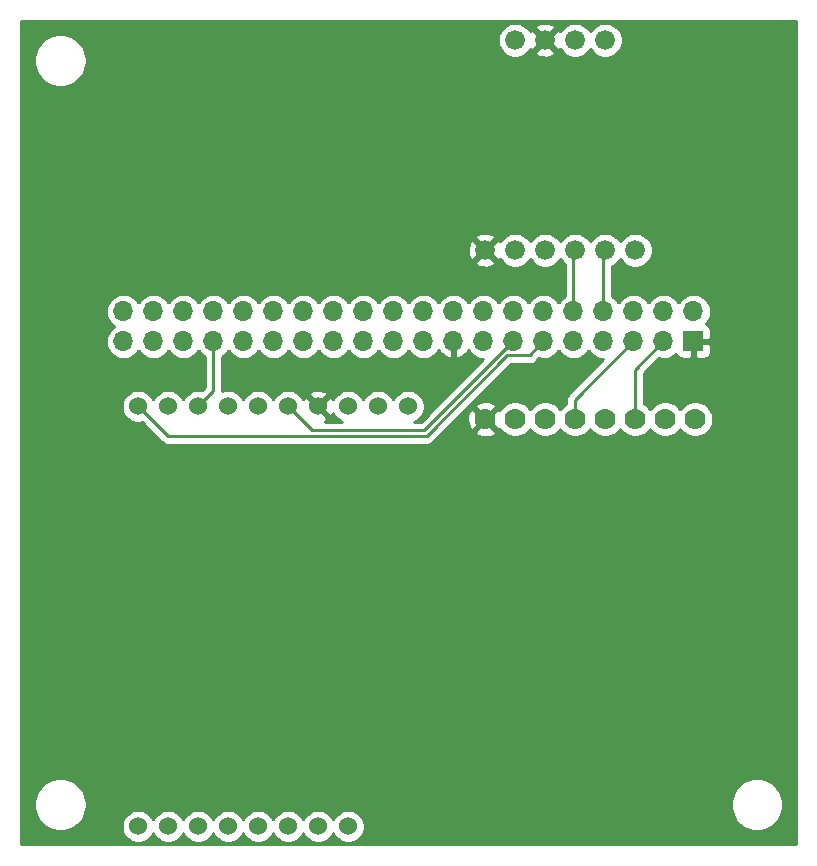
<source format=gbr>
G04 #@! TF.GenerationSoftware,KiCad,Pcbnew,(5.1.4)-1*
G04 #@! TF.CreationDate,2020-03-09T21:22:14-05:00*
G04 #@! TF.ProjectId,BigBrother,42696742-726f-4746-9865-722e6b696361,rev?*
G04 #@! TF.SameCoordinates,Original*
G04 #@! TF.FileFunction,Copper,L1,Top*
G04 #@! TF.FilePolarity,Positive*
%FSLAX46Y46*%
G04 Gerber Fmt 4.6, Leading zero omitted, Abs format (unit mm)*
G04 Created by KiCad (PCBNEW (5.1.4)-1) date 2020-03-09 21:22:14*
%MOMM*%
%LPD*%
G04 APERTURE LIST*
%ADD10R,1.700000X1.700000*%
%ADD11O,1.700000X1.700000*%
%ADD12C,1.676400*%
%ADD13C,1.778000*%
%ADD14C,1.524000*%
%ADD15C,0.250000*%
%ADD16C,0.254000*%
G04 APERTURE END LIST*
D10*
X169625000Y-82775000D03*
D11*
X169625000Y-80235000D03*
X167085000Y-82775000D03*
X167085000Y-80235000D03*
X164545000Y-82775000D03*
X164545000Y-80235000D03*
X162005000Y-82775000D03*
X162005000Y-80235000D03*
X159465000Y-82775000D03*
X159465000Y-80235000D03*
X156925000Y-82775000D03*
X156925000Y-80235000D03*
X154385000Y-82775000D03*
X154385000Y-80235000D03*
X151845000Y-82775000D03*
X151845000Y-80235000D03*
X149305000Y-82775000D03*
X149305000Y-80235000D03*
X146765000Y-82775000D03*
X146765000Y-80235000D03*
X144225000Y-82775000D03*
X144225000Y-80235000D03*
X141685000Y-82775000D03*
X141685000Y-80235000D03*
X139145000Y-82775000D03*
X139145000Y-80235000D03*
X136605000Y-82775000D03*
X136605000Y-80235000D03*
X134065000Y-82775000D03*
X134065000Y-80235000D03*
X131525000Y-82775000D03*
X131525000Y-80235000D03*
X128985000Y-82775000D03*
X128985000Y-80235000D03*
X126445000Y-82775000D03*
X126445000Y-80235000D03*
X123905000Y-82775000D03*
X123905000Y-80235000D03*
X121365000Y-82775000D03*
X121365000Y-80235000D03*
D12*
X162145000Y-57270000D03*
X159605000Y-57270000D03*
X157065000Y-57270000D03*
X154525000Y-57270000D03*
X151985000Y-75050000D03*
X154525000Y-75050000D03*
X157065000Y-75050000D03*
X159605000Y-75050000D03*
X162145000Y-75050000D03*
X164685000Y-75050000D03*
D13*
X169773600Y-89357200D03*
X167233600Y-89357200D03*
X164693600Y-89357200D03*
X162153600Y-89357200D03*
X159613600Y-89357200D03*
X157073600Y-89357200D03*
X154533600Y-89357200D03*
X151993600Y-89357200D03*
D14*
X132760000Y-123830000D03*
X145460000Y-88270000D03*
X122600000Y-123830000D03*
X125140000Y-123830000D03*
X127680000Y-123830000D03*
X130220000Y-123830000D03*
X135300000Y-123830000D03*
X137840000Y-123830000D03*
X140380000Y-123830000D03*
X122600000Y-88270000D03*
X125140000Y-88270000D03*
X127680000Y-88270000D03*
X132760000Y-88270000D03*
X130220000Y-88270000D03*
X135300000Y-88270000D03*
X137840000Y-88270000D03*
X140380000Y-88270000D03*
X142920000Y-88270000D03*
D15*
X164693600Y-85166400D02*
X167085000Y-82775000D01*
X164693600Y-89357200D02*
X164693600Y-85166400D01*
X159613600Y-87706400D02*
X164545000Y-82775000D01*
X159613600Y-89357200D02*
X159613600Y-87706400D01*
X162005000Y-75190000D02*
X162145000Y-75050000D01*
X162005000Y-80235000D02*
X162005000Y-75190000D01*
X139014200Y-82905800D02*
X139145000Y-82775000D01*
X159465000Y-75190000D02*
X159605000Y-75050000D01*
X159465000Y-80235000D02*
X159465000Y-75190000D01*
X153846409Y-83950001D02*
X147029390Y-90767020D01*
X155749999Y-83950001D02*
X153846409Y-83950001D01*
X156925000Y-82775000D02*
X155749999Y-83950001D01*
X125097020Y-90767020D02*
X125232980Y-90767020D01*
X122600000Y-88270000D02*
X125097020Y-90767020D01*
X147029390Y-90767020D02*
X125232980Y-90767020D01*
X154385000Y-82775000D02*
X146842990Y-90317010D01*
X137347010Y-90317010D02*
X137682990Y-90317010D01*
X135300000Y-88270000D02*
X137347010Y-90317010D01*
X146842990Y-90317010D02*
X137682990Y-90317010D01*
X128985000Y-86965000D02*
X128985000Y-82775000D01*
X127680000Y-88270000D02*
X128985000Y-86965000D01*
D16*
G36*
X178315001Y-125315000D02*
G01*
X112685000Y-125315000D01*
X112685000Y-121779872D01*
X113765000Y-121779872D01*
X113765000Y-122220128D01*
X113850890Y-122651925D01*
X114019369Y-123058669D01*
X114263962Y-123424729D01*
X114575271Y-123736038D01*
X114941331Y-123980631D01*
X115348075Y-124149110D01*
X115779872Y-124235000D01*
X116220128Y-124235000D01*
X116651925Y-124149110D01*
X117058669Y-123980631D01*
X117424729Y-123736038D01*
X117468359Y-123692408D01*
X121203000Y-123692408D01*
X121203000Y-123967592D01*
X121256686Y-124237490D01*
X121361995Y-124491727D01*
X121514880Y-124720535D01*
X121709465Y-124915120D01*
X121938273Y-125068005D01*
X122192510Y-125173314D01*
X122462408Y-125227000D01*
X122737592Y-125227000D01*
X123007490Y-125173314D01*
X123261727Y-125068005D01*
X123490535Y-124915120D01*
X123685120Y-124720535D01*
X123838005Y-124491727D01*
X123870000Y-124414485D01*
X123901995Y-124491727D01*
X124054880Y-124720535D01*
X124249465Y-124915120D01*
X124478273Y-125068005D01*
X124732510Y-125173314D01*
X125002408Y-125227000D01*
X125277592Y-125227000D01*
X125547490Y-125173314D01*
X125801727Y-125068005D01*
X126030535Y-124915120D01*
X126225120Y-124720535D01*
X126378005Y-124491727D01*
X126410000Y-124414485D01*
X126441995Y-124491727D01*
X126594880Y-124720535D01*
X126789465Y-124915120D01*
X127018273Y-125068005D01*
X127272510Y-125173314D01*
X127542408Y-125227000D01*
X127817592Y-125227000D01*
X128087490Y-125173314D01*
X128341727Y-125068005D01*
X128570535Y-124915120D01*
X128765120Y-124720535D01*
X128918005Y-124491727D01*
X128950000Y-124414485D01*
X128981995Y-124491727D01*
X129134880Y-124720535D01*
X129329465Y-124915120D01*
X129558273Y-125068005D01*
X129812510Y-125173314D01*
X130082408Y-125227000D01*
X130357592Y-125227000D01*
X130627490Y-125173314D01*
X130881727Y-125068005D01*
X131110535Y-124915120D01*
X131305120Y-124720535D01*
X131458005Y-124491727D01*
X131490000Y-124414485D01*
X131521995Y-124491727D01*
X131674880Y-124720535D01*
X131869465Y-124915120D01*
X132098273Y-125068005D01*
X132352510Y-125173314D01*
X132622408Y-125227000D01*
X132897592Y-125227000D01*
X133167490Y-125173314D01*
X133421727Y-125068005D01*
X133650535Y-124915120D01*
X133845120Y-124720535D01*
X133998005Y-124491727D01*
X134030000Y-124414485D01*
X134061995Y-124491727D01*
X134214880Y-124720535D01*
X134409465Y-124915120D01*
X134638273Y-125068005D01*
X134892510Y-125173314D01*
X135162408Y-125227000D01*
X135437592Y-125227000D01*
X135707490Y-125173314D01*
X135961727Y-125068005D01*
X136190535Y-124915120D01*
X136385120Y-124720535D01*
X136538005Y-124491727D01*
X136570000Y-124414485D01*
X136601995Y-124491727D01*
X136754880Y-124720535D01*
X136949465Y-124915120D01*
X137178273Y-125068005D01*
X137432510Y-125173314D01*
X137702408Y-125227000D01*
X137977592Y-125227000D01*
X138247490Y-125173314D01*
X138501727Y-125068005D01*
X138730535Y-124915120D01*
X138925120Y-124720535D01*
X139078005Y-124491727D01*
X139110000Y-124414485D01*
X139141995Y-124491727D01*
X139294880Y-124720535D01*
X139489465Y-124915120D01*
X139718273Y-125068005D01*
X139972510Y-125173314D01*
X140242408Y-125227000D01*
X140517592Y-125227000D01*
X140787490Y-125173314D01*
X141041727Y-125068005D01*
X141270535Y-124915120D01*
X141465120Y-124720535D01*
X141618005Y-124491727D01*
X141723314Y-124237490D01*
X141777000Y-123967592D01*
X141777000Y-123692408D01*
X141723314Y-123422510D01*
X141618005Y-123168273D01*
X141465120Y-122939465D01*
X141270535Y-122744880D01*
X141041727Y-122591995D01*
X140787490Y-122486686D01*
X140517592Y-122433000D01*
X140242408Y-122433000D01*
X139972510Y-122486686D01*
X139718273Y-122591995D01*
X139489465Y-122744880D01*
X139294880Y-122939465D01*
X139141995Y-123168273D01*
X139110000Y-123245515D01*
X139078005Y-123168273D01*
X138925120Y-122939465D01*
X138730535Y-122744880D01*
X138501727Y-122591995D01*
X138247490Y-122486686D01*
X137977592Y-122433000D01*
X137702408Y-122433000D01*
X137432510Y-122486686D01*
X137178273Y-122591995D01*
X136949465Y-122744880D01*
X136754880Y-122939465D01*
X136601995Y-123168273D01*
X136570000Y-123245515D01*
X136538005Y-123168273D01*
X136385120Y-122939465D01*
X136190535Y-122744880D01*
X135961727Y-122591995D01*
X135707490Y-122486686D01*
X135437592Y-122433000D01*
X135162408Y-122433000D01*
X134892510Y-122486686D01*
X134638273Y-122591995D01*
X134409465Y-122744880D01*
X134214880Y-122939465D01*
X134061995Y-123168273D01*
X134030000Y-123245515D01*
X133998005Y-123168273D01*
X133845120Y-122939465D01*
X133650535Y-122744880D01*
X133421727Y-122591995D01*
X133167490Y-122486686D01*
X132897592Y-122433000D01*
X132622408Y-122433000D01*
X132352510Y-122486686D01*
X132098273Y-122591995D01*
X131869465Y-122744880D01*
X131674880Y-122939465D01*
X131521995Y-123168273D01*
X131490000Y-123245515D01*
X131458005Y-123168273D01*
X131305120Y-122939465D01*
X131110535Y-122744880D01*
X130881727Y-122591995D01*
X130627490Y-122486686D01*
X130357592Y-122433000D01*
X130082408Y-122433000D01*
X129812510Y-122486686D01*
X129558273Y-122591995D01*
X129329465Y-122744880D01*
X129134880Y-122939465D01*
X128981995Y-123168273D01*
X128950000Y-123245515D01*
X128918005Y-123168273D01*
X128765120Y-122939465D01*
X128570535Y-122744880D01*
X128341727Y-122591995D01*
X128087490Y-122486686D01*
X127817592Y-122433000D01*
X127542408Y-122433000D01*
X127272510Y-122486686D01*
X127018273Y-122591995D01*
X126789465Y-122744880D01*
X126594880Y-122939465D01*
X126441995Y-123168273D01*
X126410000Y-123245515D01*
X126378005Y-123168273D01*
X126225120Y-122939465D01*
X126030535Y-122744880D01*
X125801727Y-122591995D01*
X125547490Y-122486686D01*
X125277592Y-122433000D01*
X125002408Y-122433000D01*
X124732510Y-122486686D01*
X124478273Y-122591995D01*
X124249465Y-122744880D01*
X124054880Y-122939465D01*
X123901995Y-123168273D01*
X123870000Y-123245515D01*
X123838005Y-123168273D01*
X123685120Y-122939465D01*
X123490535Y-122744880D01*
X123261727Y-122591995D01*
X123007490Y-122486686D01*
X122737592Y-122433000D01*
X122462408Y-122433000D01*
X122192510Y-122486686D01*
X121938273Y-122591995D01*
X121709465Y-122744880D01*
X121514880Y-122939465D01*
X121361995Y-123168273D01*
X121256686Y-123422510D01*
X121203000Y-123692408D01*
X117468359Y-123692408D01*
X117736038Y-123424729D01*
X117980631Y-123058669D01*
X118149110Y-122651925D01*
X118235000Y-122220128D01*
X118235000Y-121779872D01*
X172765000Y-121779872D01*
X172765000Y-122220128D01*
X172850890Y-122651925D01*
X173019369Y-123058669D01*
X173263962Y-123424729D01*
X173575271Y-123736038D01*
X173941331Y-123980631D01*
X174348075Y-124149110D01*
X174779872Y-124235000D01*
X175220128Y-124235000D01*
X175651925Y-124149110D01*
X176058669Y-123980631D01*
X176424729Y-123736038D01*
X176736038Y-123424729D01*
X176980631Y-123058669D01*
X177149110Y-122651925D01*
X177235000Y-122220128D01*
X177235000Y-121779872D01*
X177149110Y-121348075D01*
X176980631Y-120941331D01*
X176736038Y-120575271D01*
X176424729Y-120263962D01*
X176058669Y-120019369D01*
X175651925Y-119850890D01*
X175220128Y-119765000D01*
X174779872Y-119765000D01*
X174348075Y-119850890D01*
X173941331Y-120019369D01*
X173575271Y-120263962D01*
X173263962Y-120575271D01*
X173019369Y-120941331D01*
X172850890Y-121348075D01*
X172765000Y-121779872D01*
X118235000Y-121779872D01*
X118149110Y-121348075D01*
X117980631Y-120941331D01*
X117736038Y-120575271D01*
X117424729Y-120263962D01*
X117058669Y-120019369D01*
X116651925Y-119850890D01*
X116220128Y-119765000D01*
X115779872Y-119765000D01*
X115348075Y-119850890D01*
X114941331Y-120019369D01*
X114575271Y-120263962D01*
X114263962Y-120575271D01*
X114019369Y-120941331D01*
X113850890Y-121348075D01*
X113765000Y-121779872D01*
X112685000Y-121779872D01*
X112685000Y-80235000D01*
X119872815Y-80235000D01*
X119901487Y-80526111D01*
X119986401Y-80806034D01*
X120124294Y-81064014D01*
X120309866Y-81290134D01*
X120535986Y-81475706D01*
X120590791Y-81505000D01*
X120535986Y-81534294D01*
X120309866Y-81719866D01*
X120124294Y-81945986D01*
X119986401Y-82203966D01*
X119901487Y-82483889D01*
X119872815Y-82775000D01*
X119901487Y-83066111D01*
X119986401Y-83346034D01*
X120124294Y-83604014D01*
X120309866Y-83830134D01*
X120535986Y-84015706D01*
X120793966Y-84153599D01*
X121073889Y-84238513D01*
X121292050Y-84260000D01*
X121437950Y-84260000D01*
X121656111Y-84238513D01*
X121936034Y-84153599D01*
X122194014Y-84015706D01*
X122420134Y-83830134D01*
X122605706Y-83604014D01*
X122635000Y-83549209D01*
X122664294Y-83604014D01*
X122849866Y-83830134D01*
X123075986Y-84015706D01*
X123333966Y-84153599D01*
X123613889Y-84238513D01*
X123832050Y-84260000D01*
X123977950Y-84260000D01*
X124196111Y-84238513D01*
X124476034Y-84153599D01*
X124734014Y-84015706D01*
X124960134Y-83830134D01*
X125145706Y-83604014D01*
X125175000Y-83549209D01*
X125204294Y-83604014D01*
X125389866Y-83830134D01*
X125615986Y-84015706D01*
X125873966Y-84153599D01*
X126153889Y-84238513D01*
X126372050Y-84260000D01*
X126517950Y-84260000D01*
X126736111Y-84238513D01*
X127016034Y-84153599D01*
X127274014Y-84015706D01*
X127500134Y-83830134D01*
X127685706Y-83604014D01*
X127715000Y-83549209D01*
X127744294Y-83604014D01*
X127929866Y-83830134D01*
X128155986Y-84015706D01*
X128225001Y-84052595D01*
X128225000Y-86650198D01*
X127971570Y-86903628D01*
X127817592Y-86873000D01*
X127542408Y-86873000D01*
X127272510Y-86926686D01*
X127018273Y-87031995D01*
X126789465Y-87184880D01*
X126594880Y-87379465D01*
X126441995Y-87608273D01*
X126410000Y-87685515D01*
X126378005Y-87608273D01*
X126225120Y-87379465D01*
X126030535Y-87184880D01*
X125801727Y-87031995D01*
X125547490Y-86926686D01*
X125277592Y-86873000D01*
X125002408Y-86873000D01*
X124732510Y-86926686D01*
X124478273Y-87031995D01*
X124249465Y-87184880D01*
X124054880Y-87379465D01*
X123901995Y-87608273D01*
X123870000Y-87685515D01*
X123838005Y-87608273D01*
X123685120Y-87379465D01*
X123490535Y-87184880D01*
X123261727Y-87031995D01*
X123007490Y-86926686D01*
X122737592Y-86873000D01*
X122462408Y-86873000D01*
X122192510Y-86926686D01*
X121938273Y-87031995D01*
X121709465Y-87184880D01*
X121514880Y-87379465D01*
X121361995Y-87608273D01*
X121256686Y-87862510D01*
X121203000Y-88132408D01*
X121203000Y-88407592D01*
X121256686Y-88677490D01*
X121361995Y-88931727D01*
X121514880Y-89160535D01*
X121709465Y-89355120D01*
X121938273Y-89508005D01*
X122192510Y-89613314D01*
X122462408Y-89667000D01*
X122737592Y-89667000D01*
X122891570Y-89636372D01*
X124533221Y-91278023D01*
X124557019Y-91307021D01*
X124586017Y-91330819D01*
X124672744Y-91401994D01*
X124804773Y-91472566D01*
X124948034Y-91516023D01*
X125097020Y-91530697D01*
X125134353Y-91527020D01*
X146992068Y-91527020D01*
X147029390Y-91530696D01*
X147066712Y-91527020D01*
X147066723Y-91527020D01*
X147178376Y-91516023D01*
X147321637Y-91472566D01*
X147453666Y-91401994D01*
X147569391Y-91307021D01*
X147593194Y-91278017D01*
X148457780Y-90413431D01*
X151116974Y-90413431D01*
X151199327Y-90666489D01*
X151470018Y-90796286D01*
X151760830Y-90870780D01*
X152060588Y-90887108D01*
X152357771Y-90844643D01*
X152640959Y-90745016D01*
X152787873Y-90666489D01*
X152870226Y-90413431D01*
X151993600Y-89536805D01*
X151116974Y-90413431D01*
X148457780Y-90413431D01*
X149447023Y-89424188D01*
X150463692Y-89424188D01*
X150506157Y-89721371D01*
X150605784Y-90004559D01*
X150684311Y-90151473D01*
X150937369Y-90233826D01*
X151813995Y-89357200D01*
X150937369Y-88480574D01*
X150684311Y-88562927D01*
X150554514Y-88833618D01*
X150480020Y-89124430D01*
X150463692Y-89424188D01*
X149447023Y-89424188D01*
X150570242Y-88300969D01*
X151116974Y-88300969D01*
X151993600Y-89177595D01*
X152870226Y-88300969D01*
X152787873Y-88047911D01*
X152517182Y-87918114D01*
X152226370Y-87843620D01*
X151926612Y-87827292D01*
X151629429Y-87869757D01*
X151346241Y-87969384D01*
X151199327Y-88047911D01*
X151116974Y-88300969D01*
X150570242Y-88300969D01*
X154161211Y-84710001D01*
X155712677Y-84710001D01*
X155749999Y-84713677D01*
X155787321Y-84710001D01*
X155787332Y-84710001D01*
X155898985Y-84699004D01*
X156042246Y-84655547D01*
X156174275Y-84584975D01*
X156290000Y-84490002D01*
X156313803Y-84460998D01*
X156559004Y-84215797D01*
X156633889Y-84238513D01*
X156852050Y-84260000D01*
X156997950Y-84260000D01*
X157216111Y-84238513D01*
X157496034Y-84153599D01*
X157754014Y-84015706D01*
X157980134Y-83830134D01*
X158165706Y-83604014D01*
X158195000Y-83549209D01*
X158224294Y-83604014D01*
X158409866Y-83830134D01*
X158635986Y-84015706D01*
X158893966Y-84153599D01*
X159173889Y-84238513D01*
X159392050Y-84260000D01*
X159537950Y-84260000D01*
X159756111Y-84238513D01*
X160036034Y-84153599D01*
X160294014Y-84015706D01*
X160520134Y-83830134D01*
X160705706Y-83604014D01*
X160735000Y-83549209D01*
X160764294Y-83604014D01*
X160949866Y-83830134D01*
X161175986Y-84015706D01*
X161433966Y-84153599D01*
X161713889Y-84238513D01*
X161932050Y-84260000D01*
X161985198Y-84260000D01*
X159102598Y-87142601D01*
X159073600Y-87166399D01*
X159049802Y-87195397D01*
X159049801Y-87195398D01*
X158978626Y-87282124D01*
X158908054Y-87414154D01*
X158889293Y-87476003D01*
X158875645Y-87520998D01*
X158864598Y-87557415D01*
X158849924Y-87706400D01*
X158853601Y-87743732D01*
X158853601Y-88032116D01*
X158642107Y-88173432D01*
X158429832Y-88385707D01*
X158343600Y-88514762D01*
X158257368Y-88385707D01*
X158045093Y-88173432D01*
X157795485Y-88006649D01*
X157518134Y-87891766D01*
X157223701Y-87833200D01*
X156923499Y-87833200D01*
X156629066Y-87891766D01*
X156351715Y-88006649D01*
X156102107Y-88173432D01*
X155889832Y-88385707D01*
X155803600Y-88514762D01*
X155717368Y-88385707D01*
X155505093Y-88173432D01*
X155255485Y-88006649D01*
X154978134Y-87891766D01*
X154683701Y-87833200D01*
X154383499Y-87833200D01*
X154089066Y-87891766D01*
X153811715Y-88006649D01*
X153562107Y-88173432D01*
X153349832Y-88385707D01*
X153244183Y-88543822D01*
X153049831Y-88480574D01*
X152173205Y-89357200D01*
X153049831Y-90233826D01*
X153244183Y-90170578D01*
X153349832Y-90328693D01*
X153562107Y-90540968D01*
X153811715Y-90707751D01*
X154089066Y-90822634D01*
X154383499Y-90881200D01*
X154683701Y-90881200D01*
X154978134Y-90822634D01*
X155255485Y-90707751D01*
X155505093Y-90540968D01*
X155717368Y-90328693D01*
X155803600Y-90199638D01*
X155889832Y-90328693D01*
X156102107Y-90540968D01*
X156351715Y-90707751D01*
X156629066Y-90822634D01*
X156923499Y-90881200D01*
X157223701Y-90881200D01*
X157518134Y-90822634D01*
X157795485Y-90707751D01*
X158045093Y-90540968D01*
X158257368Y-90328693D01*
X158343600Y-90199638D01*
X158429832Y-90328693D01*
X158642107Y-90540968D01*
X158891715Y-90707751D01*
X159169066Y-90822634D01*
X159463499Y-90881200D01*
X159763701Y-90881200D01*
X160058134Y-90822634D01*
X160335485Y-90707751D01*
X160585093Y-90540968D01*
X160797368Y-90328693D01*
X160883600Y-90199638D01*
X160969832Y-90328693D01*
X161182107Y-90540968D01*
X161431715Y-90707751D01*
X161709066Y-90822634D01*
X162003499Y-90881200D01*
X162303701Y-90881200D01*
X162598134Y-90822634D01*
X162875485Y-90707751D01*
X163125093Y-90540968D01*
X163337368Y-90328693D01*
X163423600Y-90199638D01*
X163509832Y-90328693D01*
X163722107Y-90540968D01*
X163971715Y-90707751D01*
X164249066Y-90822634D01*
X164543499Y-90881200D01*
X164843701Y-90881200D01*
X165138134Y-90822634D01*
X165415485Y-90707751D01*
X165665093Y-90540968D01*
X165877368Y-90328693D01*
X165963600Y-90199638D01*
X166049832Y-90328693D01*
X166262107Y-90540968D01*
X166511715Y-90707751D01*
X166789066Y-90822634D01*
X167083499Y-90881200D01*
X167383701Y-90881200D01*
X167678134Y-90822634D01*
X167955485Y-90707751D01*
X168205093Y-90540968D01*
X168417368Y-90328693D01*
X168503600Y-90199638D01*
X168589832Y-90328693D01*
X168802107Y-90540968D01*
X169051715Y-90707751D01*
X169329066Y-90822634D01*
X169623499Y-90881200D01*
X169923701Y-90881200D01*
X170218134Y-90822634D01*
X170495485Y-90707751D01*
X170745093Y-90540968D01*
X170957368Y-90328693D01*
X171124151Y-90079085D01*
X171239034Y-89801734D01*
X171297600Y-89507301D01*
X171297600Y-89207099D01*
X171239034Y-88912666D01*
X171124151Y-88635315D01*
X170957368Y-88385707D01*
X170745093Y-88173432D01*
X170495485Y-88006649D01*
X170218134Y-87891766D01*
X169923701Y-87833200D01*
X169623499Y-87833200D01*
X169329066Y-87891766D01*
X169051715Y-88006649D01*
X168802107Y-88173432D01*
X168589832Y-88385707D01*
X168503600Y-88514762D01*
X168417368Y-88385707D01*
X168205093Y-88173432D01*
X167955485Y-88006649D01*
X167678134Y-87891766D01*
X167383701Y-87833200D01*
X167083499Y-87833200D01*
X166789066Y-87891766D01*
X166511715Y-88006649D01*
X166262107Y-88173432D01*
X166049832Y-88385707D01*
X165963600Y-88514762D01*
X165877368Y-88385707D01*
X165665093Y-88173432D01*
X165453600Y-88032117D01*
X165453600Y-85481201D01*
X166719005Y-84215797D01*
X166793889Y-84238513D01*
X167012050Y-84260000D01*
X167157950Y-84260000D01*
X167376111Y-84238513D01*
X167656034Y-84153599D01*
X167914014Y-84015706D01*
X168140134Y-83830134D01*
X168164607Y-83800313D01*
X168185498Y-83869180D01*
X168244463Y-83979494D01*
X168323815Y-84076185D01*
X168420506Y-84155537D01*
X168530820Y-84214502D01*
X168650518Y-84250812D01*
X168775000Y-84263072D01*
X169339250Y-84260000D01*
X169498000Y-84101250D01*
X169498000Y-82902000D01*
X169752000Y-82902000D01*
X169752000Y-84101250D01*
X169910750Y-84260000D01*
X170475000Y-84263072D01*
X170599482Y-84250812D01*
X170719180Y-84214502D01*
X170829494Y-84155537D01*
X170926185Y-84076185D01*
X171005537Y-83979494D01*
X171064502Y-83869180D01*
X171100812Y-83749482D01*
X171113072Y-83625000D01*
X171110000Y-83060750D01*
X170951250Y-82902000D01*
X169752000Y-82902000D01*
X169498000Y-82902000D01*
X169478000Y-82902000D01*
X169478000Y-82648000D01*
X169498000Y-82648000D01*
X169498000Y-82628000D01*
X169752000Y-82628000D01*
X169752000Y-82648000D01*
X170951250Y-82648000D01*
X171110000Y-82489250D01*
X171113072Y-81925000D01*
X171100812Y-81800518D01*
X171064502Y-81680820D01*
X171005537Y-81570506D01*
X170926185Y-81473815D01*
X170829494Y-81394463D01*
X170719180Y-81335498D01*
X170650313Y-81314607D01*
X170680134Y-81290134D01*
X170865706Y-81064014D01*
X171003599Y-80806034D01*
X171088513Y-80526111D01*
X171117185Y-80235000D01*
X171088513Y-79943889D01*
X171003599Y-79663966D01*
X170865706Y-79405986D01*
X170680134Y-79179866D01*
X170454014Y-78994294D01*
X170196034Y-78856401D01*
X169916111Y-78771487D01*
X169697950Y-78750000D01*
X169552050Y-78750000D01*
X169333889Y-78771487D01*
X169053966Y-78856401D01*
X168795986Y-78994294D01*
X168569866Y-79179866D01*
X168384294Y-79405986D01*
X168355000Y-79460791D01*
X168325706Y-79405986D01*
X168140134Y-79179866D01*
X167914014Y-78994294D01*
X167656034Y-78856401D01*
X167376111Y-78771487D01*
X167157950Y-78750000D01*
X167012050Y-78750000D01*
X166793889Y-78771487D01*
X166513966Y-78856401D01*
X166255986Y-78994294D01*
X166029866Y-79179866D01*
X165844294Y-79405986D01*
X165815000Y-79460791D01*
X165785706Y-79405986D01*
X165600134Y-79179866D01*
X165374014Y-78994294D01*
X165116034Y-78856401D01*
X164836111Y-78771487D01*
X164617950Y-78750000D01*
X164472050Y-78750000D01*
X164253889Y-78771487D01*
X163973966Y-78856401D01*
X163715986Y-78994294D01*
X163489866Y-79179866D01*
X163304294Y-79405986D01*
X163275000Y-79460791D01*
X163245706Y-79405986D01*
X163060134Y-79179866D01*
X162834014Y-78994294D01*
X162765000Y-78957405D01*
X162765000Y-76387768D01*
X162842822Y-76355533D01*
X163084110Y-76194309D01*
X163289309Y-75989110D01*
X163415000Y-75801001D01*
X163540691Y-75989110D01*
X163745890Y-76194309D01*
X163987178Y-76355533D01*
X164255283Y-76466586D01*
X164539902Y-76523200D01*
X164830098Y-76523200D01*
X165114717Y-76466586D01*
X165382822Y-76355533D01*
X165624110Y-76194309D01*
X165829309Y-75989110D01*
X165990533Y-75747822D01*
X166101586Y-75479717D01*
X166158200Y-75195098D01*
X166158200Y-74904902D01*
X166101586Y-74620283D01*
X165990533Y-74352178D01*
X165829309Y-74110890D01*
X165624110Y-73905691D01*
X165382822Y-73744467D01*
X165114717Y-73633414D01*
X164830098Y-73576800D01*
X164539902Y-73576800D01*
X164255283Y-73633414D01*
X163987178Y-73744467D01*
X163745890Y-73905691D01*
X163540691Y-74110890D01*
X163415000Y-74298999D01*
X163289309Y-74110890D01*
X163084110Y-73905691D01*
X162842822Y-73744467D01*
X162574717Y-73633414D01*
X162290098Y-73576800D01*
X161999902Y-73576800D01*
X161715283Y-73633414D01*
X161447178Y-73744467D01*
X161205890Y-73905691D01*
X161000691Y-74110890D01*
X160875000Y-74298999D01*
X160749309Y-74110890D01*
X160544110Y-73905691D01*
X160302822Y-73744467D01*
X160034717Y-73633414D01*
X159750098Y-73576800D01*
X159459902Y-73576800D01*
X159175283Y-73633414D01*
X158907178Y-73744467D01*
X158665890Y-73905691D01*
X158460691Y-74110890D01*
X158335000Y-74298999D01*
X158209309Y-74110890D01*
X158004110Y-73905691D01*
X157762822Y-73744467D01*
X157494717Y-73633414D01*
X157210098Y-73576800D01*
X156919902Y-73576800D01*
X156635283Y-73633414D01*
X156367178Y-73744467D01*
X156125890Y-73905691D01*
X155920691Y-74110890D01*
X155795000Y-74298999D01*
X155669309Y-74110890D01*
X155464110Y-73905691D01*
X155222822Y-73744467D01*
X154954717Y-73633414D01*
X154670098Y-73576800D01*
X154379902Y-73576800D01*
X154095283Y-73633414D01*
X153827178Y-73744467D01*
X153585890Y-73905691D01*
X153380691Y-74110890D01*
X153257711Y-74294943D01*
X153252844Y-74285838D01*
X153004975Y-74209630D01*
X152164605Y-75050000D01*
X153004975Y-75890370D01*
X153252844Y-75814162D01*
X153257399Y-75804592D01*
X153380691Y-75989110D01*
X153585890Y-76194309D01*
X153827178Y-76355533D01*
X154095283Y-76466586D01*
X154379902Y-76523200D01*
X154670098Y-76523200D01*
X154954717Y-76466586D01*
X155222822Y-76355533D01*
X155464110Y-76194309D01*
X155669309Y-75989110D01*
X155795000Y-75801001D01*
X155920691Y-75989110D01*
X156125890Y-76194309D01*
X156367178Y-76355533D01*
X156635283Y-76466586D01*
X156919902Y-76523200D01*
X157210098Y-76523200D01*
X157494717Y-76466586D01*
X157762822Y-76355533D01*
X158004110Y-76194309D01*
X158209309Y-75989110D01*
X158335000Y-75801001D01*
X158460691Y-75989110D01*
X158665890Y-76194309D01*
X158705001Y-76220442D01*
X158705000Y-78957405D01*
X158635986Y-78994294D01*
X158409866Y-79179866D01*
X158224294Y-79405986D01*
X158195000Y-79460791D01*
X158165706Y-79405986D01*
X157980134Y-79179866D01*
X157754014Y-78994294D01*
X157496034Y-78856401D01*
X157216111Y-78771487D01*
X156997950Y-78750000D01*
X156852050Y-78750000D01*
X156633889Y-78771487D01*
X156353966Y-78856401D01*
X156095986Y-78994294D01*
X155869866Y-79179866D01*
X155684294Y-79405986D01*
X155655000Y-79460791D01*
X155625706Y-79405986D01*
X155440134Y-79179866D01*
X155214014Y-78994294D01*
X154956034Y-78856401D01*
X154676111Y-78771487D01*
X154457950Y-78750000D01*
X154312050Y-78750000D01*
X154093889Y-78771487D01*
X153813966Y-78856401D01*
X153555986Y-78994294D01*
X153329866Y-79179866D01*
X153144294Y-79405986D01*
X153115000Y-79460791D01*
X153085706Y-79405986D01*
X152900134Y-79179866D01*
X152674014Y-78994294D01*
X152416034Y-78856401D01*
X152136111Y-78771487D01*
X151917950Y-78750000D01*
X151772050Y-78750000D01*
X151553889Y-78771487D01*
X151273966Y-78856401D01*
X151015986Y-78994294D01*
X150789866Y-79179866D01*
X150604294Y-79405986D01*
X150575000Y-79460791D01*
X150545706Y-79405986D01*
X150360134Y-79179866D01*
X150134014Y-78994294D01*
X149876034Y-78856401D01*
X149596111Y-78771487D01*
X149377950Y-78750000D01*
X149232050Y-78750000D01*
X149013889Y-78771487D01*
X148733966Y-78856401D01*
X148475986Y-78994294D01*
X148249866Y-79179866D01*
X148064294Y-79405986D01*
X148035000Y-79460791D01*
X148005706Y-79405986D01*
X147820134Y-79179866D01*
X147594014Y-78994294D01*
X147336034Y-78856401D01*
X147056111Y-78771487D01*
X146837950Y-78750000D01*
X146692050Y-78750000D01*
X146473889Y-78771487D01*
X146193966Y-78856401D01*
X145935986Y-78994294D01*
X145709866Y-79179866D01*
X145524294Y-79405986D01*
X145495000Y-79460791D01*
X145465706Y-79405986D01*
X145280134Y-79179866D01*
X145054014Y-78994294D01*
X144796034Y-78856401D01*
X144516111Y-78771487D01*
X144297950Y-78750000D01*
X144152050Y-78750000D01*
X143933889Y-78771487D01*
X143653966Y-78856401D01*
X143395986Y-78994294D01*
X143169866Y-79179866D01*
X142984294Y-79405986D01*
X142955000Y-79460791D01*
X142925706Y-79405986D01*
X142740134Y-79179866D01*
X142514014Y-78994294D01*
X142256034Y-78856401D01*
X141976111Y-78771487D01*
X141757950Y-78750000D01*
X141612050Y-78750000D01*
X141393889Y-78771487D01*
X141113966Y-78856401D01*
X140855986Y-78994294D01*
X140629866Y-79179866D01*
X140444294Y-79405986D01*
X140415000Y-79460791D01*
X140385706Y-79405986D01*
X140200134Y-79179866D01*
X139974014Y-78994294D01*
X139716034Y-78856401D01*
X139436111Y-78771487D01*
X139217950Y-78750000D01*
X139072050Y-78750000D01*
X138853889Y-78771487D01*
X138573966Y-78856401D01*
X138315986Y-78994294D01*
X138089866Y-79179866D01*
X137904294Y-79405986D01*
X137875000Y-79460791D01*
X137845706Y-79405986D01*
X137660134Y-79179866D01*
X137434014Y-78994294D01*
X137176034Y-78856401D01*
X136896111Y-78771487D01*
X136677950Y-78750000D01*
X136532050Y-78750000D01*
X136313889Y-78771487D01*
X136033966Y-78856401D01*
X135775986Y-78994294D01*
X135549866Y-79179866D01*
X135364294Y-79405986D01*
X135335000Y-79460791D01*
X135305706Y-79405986D01*
X135120134Y-79179866D01*
X134894014Y-78994294D01*
X134636034Y-78856401D01*
X134356111Y-78771487D01*
X134137950Y-78750000D01*
X133992050Y-78750000D01*
X133773889Y-78771487D01*
X133493966Y-78856401D01*
X133235986Y-78994294D01*
X133009866Y-79179866D01*
X132824294Y-79405986D01*
X132795000Y-79460791D01*
X132765706Y-79405986D01*
X132580134Y-79179866D01*
X132354014Y-78994294D01*
X132096034Y-78856401D01*
X131816111Y-78771487D01*
X131597950Y-78750000D01*
X131452050Y-78750000D01*
X131233889Y-78771487D01*
X130953966Y-78856401D01*
X130695986Y-78994294D01*
X130469866Y-79179866D01*
X130284294Y-79405986D01*
X130255000Y-79460791D01*
X130225706Y-79405986D01*
X130040134Y-79179866D01*
X129814014Y-78994294D01*
X129556034Y-78856401D01*
X129276111Y-78771487D01*
X129057950Y-78750000D01*
X128912050Y-78750000D01*
X128693889Y-78771487D01*
X128413966Y-78856401D01*
X128155986Y-78994294D01*
X127929866Y-79179866D01*
X127744294Y-79405986D01*
X127715000Y-79460791D01*
X127685706Y-79405986D01*
X127500134Y-79179866D01*
X127274014Y-78994294D01*
X127016034Y-78856401D01*
X126736111Y-78771487D01*
X126517950Y-78750000D01*
X126372050Y-78750000D01*
X126153889Y-78771487D01*
X125873966Y-78856401D01*
X125615986Y-78994294D01*
X125389866Y-79179866D01*
X125204294Y-79405986D01*
X125175000Y-79460791D01*
X125145706Y-79405986D01*
X124960134Y-79179866D01*
X124734014Y-78994294D01*
X124476034Y-78856401D01*
X124196111Y-78771487D01*
X123977950Y-78750000D01*
X123832050Y-78750000D01*
X123613889Y-78771487D01*
X123333966Y-78856401D01*
X123075986Y-78994294D01*
X122849866Y-79179866D01*
X122664294Y-79405986D01*
X122635000Y-79460791D01*
X122605706Y-79405986D01*
X122420134Y-79179866D01*
X122194014Y-78994294D01*
X121936034Y-78856401D01*
X121656111Y-78771487D01*
X121437950Y-78750000D01*
X121292050Y-78750000D01*
X121073889Y-78771487D01*
X120793966Y-78856401D01*
X120535986Y-78994294D01*
X120309866Y-79179866D01*
X120124294Y-79405986D01*
X119986401Y-79663966D01*
X119901487Y-79943889D01*
X119872815Y-80235000D01*
X112685000Y-80235000D01*
X112685000Y-76069975D01*
X151144630Y-76069975D01*
X151220838Y-76317844D01*
X151482865Y-76442563D01*
X151764189Y-76513768D01*
X152053999Y-76528719D01*
X152341157Y-76486845D01*
X152614628Y-76389754D01*
X152749162Y-76317844D01*
X152825370Y-76069975D01*
X151985000Y-75229605D01*
X151144630Y-76069975D01*
X112685000Y-76069975D01*
X112685000Y-75118999D01*
X150506281Y-75118999D01*
X150548155Y-75406157D01*
X150645246Y-75679628D01*
X150717156Y-75814162D01*
X150965025Y-75890370D01*
X151805395Y-75050000D01*
X150965025Y-74209630D01*
X150717156Y-74285838D01*
X150592437Y-74547865D01*
X150521232Y-74829189D01*
X150506281Y-75118999D01*
X112685000Y-75118999D01*
X112685000Y-74030025D01*
X151144630Y-74030025D01*
X151985000Y-74870395D01*
X152825370Y-74030025D01*
X152749162Y-73782156D01*
X152487135Y-73657437D01*
X152205811Y-73586232D01*
X151916001Y-73571281D01*
X151628843Y-73613155D01*
X151355372Y-73710246D01*
X151220838Y-73782156D01*
X151144630Y-74030025D01*
X112685000Y-74030025D01*
X112685000Y-58779872D01*
X113765000Y-58779872D01*
X113765000Y-59220128D01*
X113850890Y-59651925D01*
X114019369Y-60058669D01*
X114263962Y-60424729D01*
X114575271Y-60736038D01*
X114941331Y-60980631D01*
X115348075Y-61149110D01*
X115779872Y-61235000D01*
X116220128Y-61235000D01*
X116651925Y-61149110D01*
X117058669Y-60980631D01*
X117424729Y-60736038D01*
X117736038Y-60424729D01*
X117980631Y-60058669D01*
X118149110Y-59651925D01*
X118235000Y-59220128D01*
X118235000Y-58779872D01*
X118149110Y-58348075D01*
X117980631Y-57941331D01*
X117736038Y-57575271D01*
X117424729Y-57263962D01*
X117216611Y-57124902D01*
X153051800Y-57124902D01*
X153051800Y-57415098D01*
X153108414Y-57699717D01*
X153219467Y-57967822D01*
X153380691Y-58209110D01*
X153585890Y-58414309D01*
X153827178Y-58575533D01*
X154095283Y-58686586D01*
X154379902Y-58743200D01*
X154670098Y-58743200D01*
X154954717Y-58686586D01*
X155222822Y-58575533D01*
X155464110Y-58414309D01*
X155588444Y-58289975D01*
X156224630Y-58289975D01*
X156300838Y-58537844D01*
X156562865Y-58662563D01*
X156844189Y-58733768D01*
X157133999Y-58748719D01*
X157421157Y-58706845D01*
X157694628Y-58609754D01*
X157829162Y-58537844D01*
X157905370Y-58289975D01*
X157065000Y-57449605D01*
X156224630Y-58289975D01*
X155588444Y-58289975D01*
X155669309Y-58209110D01*
X155792289Y-58025057D01*
X155797156Y-58034162D01*
X156045025Y-58110370D01*
X156885395Y-57270000D01*
X157244605Y-57270000D01*
X158084975Y-58110370D01*
X158332844Y-58034162D01*
X158337399Y-58024592D01*
X158460691Y-58209110D01*
X158665890Y-58414309D01*
X158907178Y-58575533D01*
X159175283Y-58686586D01*
X159459902Y-58743200D01*
X159750098Y-58743200D01*
X160034717Y-58686586D01*
X160302822Y-58575533D01*
X160544110Y-58414309D01*
X160749309Y-58209110D01*
X160875000Y-58021001D01*
X161000691Y-58209110D01*
X161205890Y-58414309D01*
X161447178Y-58575533D01*
X161715283Y-58686586D01*
X161999902Y-58743200D01*
X162290098Y-58743200D01*
X162574717Y-58686586D01*
X162842822Y-58575533D01*
X163084110Y-58414309D01*
X163289309Y-58209110D01*
X163450533Y-57967822D01*
X163561586Y-57699717D01*
X163618200Y-57415098D01*
X163618200Y-57124902D01*
X163561586Y-56840283D01*
X163450533Y-56572178D01*
X163289309Y-56330890D01*
X163084110Y-56125691D01*
X162842822Y-55964467D01*
X162574717Y-55853414D01*
X162290098Y-55796800D01*
X161999902Y-55796800D01*
X161715283Y-55853414D01*
X161447178Y-55964467D01*
X161205890Y-56125691D01*
X161000691Y-56330890D01*
X160875000Y-56518999D01*
X160749309Y-56330890D01*
X160544110Y-56125691D01*
X160302822Y-55964467D01*
X160034717Y-55853414D01*
X159750098Y-55796800D01*
X159459902Y-55796800D01*
X159175283Y-55853414D01*
X158907178Y-55964467D01*
X158665890Y-56125691D01*
X158460691Y-56330890D01*
X158337711Y-56514943D01*
X158332844Y-56505838D01*
X158084975Y-56429630D01*
X157244605Y-57270000D01*
X156885395Y-57270000D01*
X156045025Y-56429630D01*
X155797156Y-56505838D01*
X155792601Y-56515408D01*
X155669309Y-56330890D01*
X155588444Y-56250025D01*
X156224630Y-56250025D01*
X157065000Y-57090395D01*
X157905370Y-56250025D01*
X157829162Y-56002156D01*
X157567135Y-55877437D01*
X157285811Y-55806232D01*
X156996001Y-55791281D01*
X156708843Y-55833155D01*
X156435372Y-55930246D01*
X156300838Y-56002156D01*
X156224630Y-56250025D01*
X155588444Y-56250025D01*
X155464110Y-56125691D01*
X155222822Y-55964467D01*
X154954717Y-55853414D01*
X154670098Y-55796800D01*
X154379902Y-55796800D01*
X154095283Y-55853414D01*
X153827178Y-55964467D01*
X153585890Y-56125691D01*
X153380691Y-56330890D01*
X153219467Y-56572178D01*
X153108414Y-56840283D01*
X153051800Y-57124902D01*
X117216611Y-57124902D01*
X117058669Y-57019369D01*
X116651925Y-56850890D01*
X116220128Y-56765000D01*
X115779872Y-56765000D01*
X115348075Y-56850890D01*
X114941331Y-57019369D01*
X114575271Y-57263962D01*
X114263962Y-57575271D01*
X114019369Y-57941331D01*
X113850890Y-58348075D01*
X113765000Y-58779872D01*
X112685000Y-58779872D01*
X112685000Y-55685000D01*
X178315000Y-55685000D01*
X178315001Y-125315000D01*
X178315001Y-125315000D01*
G37*
X178315001Y-125315000D02*
X112685000Y-125315000D01*
X112685000Y-121779872D01*
X113765000Y-121779872D01*
X113765000Y-122220128D01*
X113850890Y-122651925D01*
X114019369Y-123058669D01*
X114263962Y-123424729D01*
X114575271Y-123736038D01*
X114941331Y-123980631D01*
X115348075Y-124149110D01*
X115779872Y-124235000D01*
X116220128Y-124235000D01*
X116651925Y-124149110D01*
X117058669Y-123980631D01*
X117424729Y-123736038D01*
X117468359Y-123692408D01*
X121203000Y-123692408D01*
X121203000Y-123967592D01*
X121256686Y-124237490D01*
X121361995Y-124491727D01*
X121514880Y-124720535D01*
X121709465Y-124915120D01*
X121938273Y-125068005D01*
X122192510Y-125173314D01*
X122462408Y-125227000D01*
X122737592Y-125227000D01*
X123007490Y-125173314D01*
X123261727Y-125068005D01*
X123490535Y-124915120D01*
X123685120Y-124720535D01*
X123838005Y-124491727D01*
X123870000Y-124414485D01*
X123901995Y-124491727D01*
X124054880Y-124720535D01*
X124249465Y-124915120D01*
X124478273Y-125068005D01*
X124732510Y-125173314D01*
X125002408Y-125227000D01*
X125277592Y-125227000D01*
X125547490Y-125173314D01*
X125801727Y-125068005D01*
X126030535Y-124915120D01*
X126225120Y-124720535D01*
X126378005Y-124491727D01*
X126410000Y-124414485D01*
X126441995Y-124491727D01*
X126594880Y-124720535D01*
X126789465Y-124915120D01*
X127018273Y-125068005D01*
X127272510Y-125173314D01*
X127542408Y-125227000D01*
X127817592Y-125227000D01*
X128087490Y-125173314D01*
X128341727Y-125068005D01*
X128570535Y-124915120D01*
X128765120Y-124720535D01*
X128918005Y-124491727D01*
X128950000Y-124414485D01*
X128981995Y-124491727D01*
X129134880Y-124720535D01*
X129329465Y-124915120D01*
X129558273Y-125068005D01*
X129812510Y-125173314D01*
X130082408Y-125227000D01*
X130357592Y-125227000D01*
X130627490Y-125173314D01*
X130881727Y-125068005D01*
X131110535Y-124915120D01*
X131305120Y-124720535D01*
X131458005Y-124491727D01*
X131490000Y-124414485D01*
X131521995Y-124491727D01*
X131674880Y-124720535D01*
X131869465Y-124915120D01*
X132098273Y-125068005D01*
X132352510Y-125173314D01*
X132622408Y-125227000D01*
X132897592Y-125227000D01*
X133167490Y-125173314D01*
X133421727Y-125068005D01*
X133650535Y-124915120D01*
X133845120Y-124720535D01*
X133998005Y-124491727D01*
X134030000Y-124414485D01*
X134061995Y-124491727D01*
X134214880Y-124720535D01*
X134409465Y-124915120D01*
X134638273Y-125068005D01*
X134892510Y-125173314D01*
X135162408Y-125227000D01*
X135437592Y-125227000D01*
X135707490Y-125173314D01*
X135961727Y-125068005D01*
X136190535Y-124915120D01*
X136385120Y-124720535D01*
X136538005Y-124491727D01*
X136570000Y-124414485D01*
X136601995Y-124491727D01*
X136754880Y-124720535D01*
X136949465Y-124915120D01*
X137178273Y-125068005D01*
X137432510Y-125173314D01*
X137702408Y-125227000D01*
X137977592Y-125227000D01*
X138247490Y-125173314D01*
X138501727Y-125068005D01*
X138730535Y-124915120D01*
X138925120Y-124720535D01*
X139078005Y-124491727D01*
X139110000Y-124414485D01*
X139141995Y-124491727D01*
X139294880Y-124720535D01*
X139489465Y-124915120D01*
X139718273Y-125068005D01*
X139972510Y-125173314D01*
X140242408Y-125227000D01*
X140517592Y-125227000D01*
X140787490Y-125173314D01*
X141041727Y-125068005D01*
X141270535Y-124915120D01*
X141465120Y-124720535D01*
X141618005Y-124491727D01*
X141723314Y-124237490D01*
X141777000Y-123967592D01*
X141777000Y-123692408D01*
X141723314Y-123422510D01*
X141618005Y-123168273D01*
X141465120Y-122939465D01*
X141270535Y-122744880D01*
X141041727Y-122591995D01*
X140787490Y-122486686D01*
X140517592Y-122433000D01*
X140242408Y-122433000D01*
X139972510Y-122486686D01*
X139718273Y-122591995D01*
X139489465Y-122744880D01*
X139294880Y-122939465D01*
X139141995Y-123168273D01*
X139110000Y-123245515D01*
X139078005Y-123168273D01*
X138925120Y-122939465D01*
X138730535Y-122744880D01*
X138501727Y-122591995D01*
X138247490Y-122486686D01*
X137977592Y-122433000D01*
X137702408Y-122433000D01*
X137432510Y-122486686D01*
X137178273Y-122591995D01*
X136949465Y-122744880D01*
X136754880Y-122939465D01*
X136601995Y-123168273D01*
X136570000Y-123245515D01*
X136538005Y-123168273D01*
X136385120Y-122939465D01*
X136190535Y-122744880D01*
X135961727Y-122591995D01*
X135707490Y-122486686D01*
X135437592Y-122433000D01*
X135162408Y-122433000D01*
X134892510Y-122486686D01*
X134638273Y-122591995D01*
X134409465Y-122744880D01*
X134214880Y-122939465D01*
X134061995Y-123168273D01*
X134030000Y-123245515D01*
X133998005Y-123168273D01*
X133845120Y-122939465D01*
X133650535Y-122744880D01*
X133421727Y-122591995D01*
X133167490Y-122486686D01*
X132897592Y-122433000D01*
X132622408Y-122433000D01*
X132352510Y-122486686D01*
X132098273Y-122591995D01*
X131869465Y-122744880D01*
X131674880Y-122939465D01*
X131521995Y-123168273D01*
X131490000Y-123245515D01*
X131458005Y-123168273D01*
X131305120Y-122939465D01*
X131110535Y-122744880D01*
X130881727Y-122591995D01*
X130627490Y-122486686D01*
X130357592Y-122433000D01*
X130082408Y-122433000D01*
X129812510Y-122486686D01*
X129558273Y-122591995D01*
X129329465Y-122744880D01*
X129134880Y-122939465D01*
X128981995Y-123168273D01*
X128950000Y-123245515D01*
X128918005Y-123168273D01*
X128765120Y-122939465D01*
X128570535Y-122744880D01*
X128341727Y-122591995D01*
X128087490Y-122486686D01*
X127817592Y-122433000D01*
X127542408Y-122433000D01*
X127272510Y-122486686D01*
X127018273Y-122591995D01*
X126789465Y-122744880D01*
X126594880Y-122939465D01*
X126441995Y-123168273D01*
X126410000Y-123245515D01*
X126378005Y-123168273D01*
X126225120Y-122939465D01*
X126030535Y-122744880D01*
X125801727Y-122591995D01*
X125547490Y-122486686D01*
X125277592Y-122433000D01*
X125002408Y-122433000D01*
X124732510Y-122486686D01*
X124478273Y-122591995D01*
X124249465Y-122744880D01*
X124054880Y-122939465D01*
X123901995Y-123168273D01*
X123870000Y-123245515D01*
X123838005Y-123168273D01*
X123685120Y-122939465D01*
X123490535Y-122744880D01*
X123261727Y-122591995D01*
X123007490Y-122486686D01*
X122737592Y-122433000D01*
X122462408Y-122433000D01*
X122192510Y-122486686D01*
X121938273Y-122591995D01*
X121709465Y-122744880D01*
X121514880Y-122939465D01*
X121361995Y-123168273D01*
X121256686Y-123422510D01*
X121203000Y-123692408D01*
X117468359Y-123692408D01*
X117736038Y-123424729D01*
X117980631Y-123058669D01*
X118149110Y-122651925D01*
X118235000Y-122220128D01*
X118235000Y-121779872D01*
X172765000Y-121779872D01*
X172765000Y-122220128D01*
X172850890Y-122651925D01*
X173019369Y-123058669D01*
X173263962Y-123424729D01*
X173575271Y-123736038D01*
X173941331Y-123980631D01*
X174348075Y-124149110D01*
X174779872Y-124235000D01*
X175220128Y-124235000D01*
X175651925Y-124149110D01*
X176058669Y-123980631D01*
X176424729Y-123736038D01*
X176736038Y-123424729D01*
X176980631Y-123058669D01*
X177149110Y-122651925D01*
X177235000Y-122220128D01*
X177235000Y-121779872D01*
X177149110Y-121348075D01*
X176980631Y-120941331D01*
X176736038Y-120575271D01*
X176424729Y-120263962D01*
X176058669Y-120019369D01*
X175651925Y-119850890D01*
X175220128Y-119765000D01*
X174779872Y-119765000D01*
X174348075Y-119850890D01*
X173941331Y-120019369D01*
X173575271Y-120263962D01*
X173263962Y-120575271D01*
X173019369Y-120941331D01*
X172850890Y-121348075D01*
X172765000Y-121779872D01*
X118235000Y-121779872D01*
X118149110Y-121348075D01*
X117980631Y-120941331D01*
X117736038Y-120575271D01*
X117424729Y-120263962D01*
X117058669Y-120019369D01*
X116651925Y-119850890D01*
X116220128Y-119765000D01*
X115779872Y-119765000D01*
X115348075Y-119850890D01*
X114941331Y-120019369D01*
X114575271Y-120263962D01*
X114263962Y-120575271D01*
X114019369Y-120941331D01*
X113850890Y-121348075D01*
X113765000Y-121779872D01*
X112685000Y-121779872D01*
X112685000Y-80235000D01*
X119872815Y-80235000D01*
X119901487Y-80526111D01*
X119986401Y-80806034D01*
X120124294Y-81064014D01*
X120309866Y-81290134D01*
X120535986Y-81475706D01*
X120590791Y-81505000D01*
X120535986Y-81534294D01*
X120309866Y-81719866D01*
X120124294Y-81945986D01*
X119986401Y-82203966D01*
X119901487Y-82483889D01*
X119872815Y-82775000D01*
X119901487Y-83066111D01*
X119986401Y-83346034D01*
X120124294Y-83604014D01*
X120309866Y-83830134D01*
X120535986Y-84015706D01*
X120793966Y-84153599D01*
X121073889Y-84238513D01*
X121292050Y-84260000D01*
X121437950Y-84260000D01*
X121656111Y-84238513D01*
X121936034Y-84153599D01*
X122194014Y-84015706D01*
X122420134Y-83830134D01*
X122605706Y-83604014D01*
X122635000Y-83549209D01*
X122664294Y-83604014D01*
X122849866Y-83830134D01*
X123075986Y-84015706D01*
X123333966Y-84153599D01*
X123613889Y-84238513D01*
X123832050Y-84260000D01*
X123977950Y-84260000D01*
X124196111Y-84238513D01*
X124476034Y-84153599D01*
X124734014Y-84015706D01*
X124960134Y-83830134D01*
X125145706Y-83604014D01*
X125175000Y-83549209D01*
X125204294Y-83604014D01*
X125389866Y-83830134D01*
X125615986Y-84015706D01*
X125873966Y-84153599D01*
X126153889Y-84238513D01*
X126372050Y-84260000D01*
X126517950Y-84260000D01*
X126736111Y-84238513D01*
X127016034Y-84153599D01*
X127274014Y-84015706D01*
X127500134Y-83830134D01*
X127685706Y-83604014D01*
X127715000Y-83549209D01*
X127744294Y-83604014D01*
X127929866Y-83830134D01*
X128155986Y-84015706D01*
X128225001Y-84052595D01*
X128225000Y-86650198D01*
X127971570Y-86903628D01*
X127817592Y-86873000D01*
X127542408Y-86873000D01*
X127272510Y-86926686D01*
X127018273Y-87031995D01*
X126789465Y-87184880D01*
X126594880Y-87379465D01*
X126441995Y-87608273D01*
X126410000Y-87685515D01*
X126378005Y-87608273D01*
X126225120Y-87379465D01*
X126030535Y-87184880D01*
X125801727Y-87031995D01*
X125547490Y-86926686D01*
X125277592Y-86873000D01*
X125002408Y-86873000D01*
X124732510Y-86926686D01*
X124478273Y-87031995D01*
X124249465Y-87184880D01*
X124054880Y-87379465D01*
X123901995Y-87608273D01*
X123870000Y-87685515D01*
X123838005Y-87608273D01*
X123685120Y-87379465D01*
X123490535Y-87184880D01*
X123261727Y-87031995D01*
X123007490Y-86926686D01*
X122737592Y-86873000D01*
X122462408Y-86873000D01*
X122192510Y-86926686D01*
X121938273Y-87031995D01*
X121709465Y-87184880D01*
X121514880Y-87379465D01*
X121361995Y-87608273D01*
X121256686Y-87862510D01*
X121203000Y-88132408D01*
X121203000Y-88407592D01*
X121256686Y-88677490D01*
X121361995Y-88931727D01*
X121514880Y-89160535D01*
X121709465Y-89355120D01*
X121938273Y-89508005D01*
X122192510Y-89613314D01*
X122462408Y-89667000D01*
X122737592Y-89667000D01*
X122891570Y-89636372D01*
X124533221Y-91278023D01*
X124557019Y-91307021D01*
X124586017Y-91330819D01*
X124672744Y-91401994D01*
X124804773Y-91472566D01*
X124948034Y-91516023D01*
X125097020Y-91530697D01*
X125134353Y-91527020D01*
X146992068Y-91527020D01*
X147029390Y-91530696D01*
X147066712Y-91527020D01*
X147066723Y-91527020D01*
X147178376Y-91516023D01*
X147321637Y-91472566D01*
X147453666Y-91401994D01*
X147569391Y-91307021D01*
X147593194Y-91278017D01*
X148457780Y-90413431D01*
X151116974Y-90413431D01*
X151199327Y-90666489D01*
X151470018Y-90796286D01*
X151760830Y-90870780D01*
X152060588Y-90887108D01*
X152357771Y-90844643D01*
X152640959Y-90745016D01*
X152787873Y-90666489D01*
X152870226Y-90413431D01*
X151993600Y-89536805D01*
X151116974Y-90413431D01*
X148457780Y-90413431D01*
X149447023Y-89424188D01*
X150463692Y-89424188D01*
X150506157Y-89721371D01*
X150605784Y-90004559D01*
X150684311Y-90151473D01*
X150937369Y-90233826D01*
X151813995Y-89357200D01*
X150937369Y-88480574D01*
X150684311Y-88562927D01*
X150554514Y-88833618D01*
X150480020Y-89124430D01*
X150463692Y-89424188D01*
X149447023Y-89424188D01*
X150570242Y-88300969D01*
X151116974Y-88300969D01*
X151993600Y-89177595D01*
X152870226Y-88300969D01*
X152787873Y-88047911D01*
X152517182Y-87918114D01*
X152226370Y-87843620D01*
X151926612Y-87827292D01*
X151629429Y-87869757D01*
X151346241Y-87969384D01*
X151199327Y-88047911D01*
X151116974Y-88300969D01*
X150570242Y-88300969D01*
X154161211Y-84710001D01*
X155712677Y-84710001D01*
X155749999Y-84713677D01*
X155787321Y-84710001D01*
X155787332Y-84710001D01*
X155898985Y-84699004D01*
X156042246Y-84655547D01*
X156174275Y-84584975D01*
X156290000Y-84490002D01*
X156313803Y-84460998D01*
X156559004Y-84215797D01*
X156633889Y-84238513D01*
X156852050Y-84260000D01*
X156997950Y-84260000D01*
X157216111Y-84238513D01*
X157496034Y-84153599D01*
X157754014Y-84015706D01*
X157980134Y-83830134D01*
X158165706Y-83604014D01*
X158195000Y-83549209D01*
X158224294Y-83604014D01*
X158409866Y-83830134D01*
X158635986Y-84015706D01*
X158893966Y-84153599D01*
X159173889Y-84238513D01*
X159392050Y-84260000D01*
X159537950Y-84260000D01*
X159756111Y-84238513D01*
X160036034Y-84153599D01*
X160294014Y-84015706D01*
X160520134Y-83830134D01*
X160705706Y-83604014D01*
X160735000Y-83549209D01*
X160764294Y-83604014D01*
X160949866Y-83830134D01*
X161175986Y-84015706D01*
X161433966Y-84153599D01*
X161713889Y-84238513D01*
X161932050Y-84260000D01*
X161985198Y-84260000D01*
X159102598Y-87142601D01*
X159073600Y-87166399D01*
X159049802Y-87195397D01*
X159049801Y-87195398D01*
X158978626Y-87282124D01*
X158908054Y-87414154D01*
X158889293Y-87476003D01*
X158875645Y-87520998D01*
X158864598Y-87557415D01*
X158849924Y-87706400D01*
X158853601Y-87743732D01*
X158853601Y-88032116D01*
X158642107Y-88173432D01*
X158429832Y-88385707D01*
X158343600Y-88514762D01*
X158257368Y-88385707D01*
X158045093Y-88173432D01*
X157795485Y-88006649D01*
X157518134Y-87891766D01*
X157223701Y-87833200D01*
X156923499Y-87833200D01*
X156629066Y-87891766D01*
X156351715Y-88006649D01*
X156102107Y-88173432D01*
X155889832Y-88385707D01*
X155803600Y-88514762D01*
X155717368Y-88385707D01*
X155505093Y-88173432D01*
X155255485Y-88006649D01*
X154978134Y-87891766D01*
X154683701Y-87833200D01*
X154383499Y-87833200D01*
X154089066Y-87891766D01*
X153811715Y-88006649D01*
X153562107Y-88173432D01*
X153349832Y-88385707D01*
X153244183Y-88543822D01*
X153049831Y-88480574D01*
X152173205Y-89357200D01*
X153049831Y-90233826D01*
X153244183Y-90170578D01*
X153349832Y-90328693D01*
X153562107Y-90540968D01*
X153811715Y-90707751D01*
X154089066Y-90822634D01*
X154383499Y-90881200D01*
X154683701Y-90881200D01*
X154978134Y-90822634D01*
X155255485Y-90707751D01*
X155505093Y-90540968D01*
X155717368Y-90328693D01*
X155803600Y-90199638D01*
X155889832Y-90328693D01*
X156102107Y-90540968D01*
X156351715Y-90707751D01*
X156629066Y-90822634D01*
X156923499Y-90881200D01*
X157223701Y-90881200D01*
X157518134Y-90822634D01*
X157795485Y-90707751D01*
X158045093Y-90540968D01*
X158257368Y-90328693D01*
X158343600Y-90199638D01*
X158429832Y-90328693D01*
X158642107Y-90540968D01*
X158891715Y-90707751D01*
X159169066Y-90822634D01*
X159463499Y-90881200D01*
X159763701Y-90881200D01*
X160058134Y-90822634D01*
X160335485Y-90707751D01*
X160585093Y-90540968D01*
X160797368Y-90328693D01*
X160883600Y-90199638D01*
X160969832Y-90328693D01*
X161182107Y-90540968D01*
X161431715Y-90707751D01*
X161709066Y-90822634D01*
X162003499Y-90881200D01*
X162303701Y-90881200D01*
X162598134Y-90822634D01*
X162875485Y-90707751D01*
X163125093Y-90540968D01*
X163337368Y-90328693D01*
X163423600Y-90199638D01*
X163509832Y-90328693D01*
X163722107Y-90540968D01*
X163971715Y-90707751D01*
X164249066Y-90822634D01*
X164543499Y-90881200D01*
X164843701Y-90881200D01*
X165138134Y-90822634D01*
X165415485Y-90707751D01*
X165665093Y-90540968D01*
X165877368Y-90328693D01*
X165963600Y-90199638D01*
X166049832Y-90328693D01*
X166262107Y-90540968D01*
X166511715Y-90707751D01*
X166789066Y-90822634D01*
X167083499Y-90881200D01*
X167383701Y-90881200D01*
X167678134Y-90822634D01*
X167955485Y-90707751D01*
X168205093Y-90540968D01*
X168417368Y-90328693D01*
X168503600Y-90199638D01*
X168589832Y-90328693D01*
X168802107Y-90540968D01*
X169051715Y-90707751D01*
X169329066Y-90822634D01*
X169623499Y-90881200D01*
X169923701Y-90881200D01*
X170218134Y-90822634D01*
X170495485Y-90707751D01*
X170745093Y-90540968D01*
X170957368Y-90328693D01*
X171124151Y-90079085D01*
X171239034Y-89801734D01*
X171297600Y-89507301D01*
X171297600Y-89207099D01*
X171239034Y-88912666D01*
X171124151Y-88635315D01*
X170957368Y-88385707D01*
X170745093Y-88173432D01*
X170495485Y-88006649D01*
X170218134Y-87891766D01*
X169923701Y-87833200D01*
X169623499Y-87833200D01*
X169329066Y-87891766D01*
X169051715Y-88006649D01*
X168802107Y-88173432D01*
X168589832Y-88385707D01*
X168503600Y-88514762D01*
X168417368Y-88385707D01*
X168205093Y-88173432D01*
X167955485Y-88006649D01*
X167678134Y-87891766D01*
X167383701Y-87833200D01*
X167083499Y-87833200D01*
X166789066Y-87891766D01*
X166511715Y-88006649D01*
X166262107Y-88173432D01*
X166049832Y-88385707D01*
X165963600Y-88514762D01*
X165877368Y-88385707D01*
X165665093Y-88173432D01*
X165453600Y-88032117D01*
X165453600Y-85481201D01*
X166719005Y-84215797D01*
X166793889Y-84238513D01*
X167012050Y-84260000D01*
X167157950Y-84260000D01*
X167376111Y-84238513D01*
X167656034Y-84153599D01*
X167914014Y-84015706D01*
X168140134Y-83830134D01*
X168164607Y-83800313D01*
X168185498Y-83869180D01*
X168244463Y-83979494D01*
X168323815Y-84076185D01*
X168420506Y-84155537D01*
X168530820Y-84214502D01*
X168650518Y-84250812D01*
X168775000Y-84263072D01*
X169339250Y-84260000D01*
X169498000Y-84101250D01*
X169498000Y-82902000D01*
X169752000Y-82902000D01*
X169752000Y-84101250D01*
X169910750Y-84260000D01*
X170475000Y-84263072D01*
X170599482Y-84250812D01*
X170719180Y-84214502D01*
X170829494Y-84155537D01*
X170926185Y-84076185D01*
X171005537Y-83979494D01*
X171064502Y-83869180D01*
X171100812Y-83749482D01*
X171113072Y-83625000D01*
X171110000Y-83060750D01*
X170951250Y-82902000D01*
X169752000Y-82902000D01*
X169498000Y-82902000D01*
X169478000Y-82902000D01*
X169478000Y-82648000D01*
X169498000Y-82648000D01*
X169498000Y-82628000D01*
X169752000Y-82628000D01*
X169752000Y-82648000D01*
X170951250Y-82648000D01*
X171110000Y-82489250D01*
X171113072Y-81925000D01*
X171100812Y-81800518D01*
X171064502Y-81680820D01*
X171005537Y-81570506D01*
X170926185Y-81473815D01*
X170829494Y-81394463D01*
X170719180Y-81335498D01*
X170650313Y-81314607D01*
X170680134Y-81290134D01*
X170865706Y-81064014D01*
X171003599Y-80806034D01*
X171088513Y-80526111D01*
X171117185Y-80235000D01*
X171088513Y-79943889D01*
X171003599Y-79663966D01*
X170865706Y-79405986D01*
X170680134Y-79179866D01*
X170454014Y-78994294D01*
X170196034Y-78856401D01*
X169916111Y-78771487D01*
X169697950Y-78750000D01*
X169552050Y-78750000D01*
X169333889Y-78771487D01*
X169053966Y-78856401D01*
X168795986Y-78994294D01*
X168569866Y-79179866D01*
X168384294Y-79405986D01*
X168355000Y-79460791D01*
X168325706Y-79405986D01*
X168140134Y-79179866D01*
X167914014Y-78994294D01*
X167656034Y-78856401D01*
X167376111Y-78771487D01*
X167157950Y-78750000D01*
X167012050Y-78750000D01*
X166793889Y-78771487D01*
X166513966Y-78856401D01*
X166255986Y-78994294D01*
X166029866Y-79179866D01*
X165844294Y-79405986D01*
X165815000Y-79460791D01*
X165785706Y-79405986D01*
X165600134Y-79179866D01*
X165374014Y-78994294D01*
X165116034Y-78856401D01*
X164836111Y-78771487D01*
X164617950Y-78750000D01*
X164472050Y-78750000D01*
X164253889Y-78771487D01*
X163973966Y-78856401D01*
X163715986Y-78994294D01*
X163489866Y-79179866D01*
X163304294Y-79405986D01*
X163275000Y-79460791D01*
X163245706Y-79405986D01*
X163060134Y-79179866D01*
X162834014Y-78994294D01*
X162765000Y-78957405D01*
X162765000Y-76387768D01*
X162842822Y-76355533D01*
X163084110Y-76194309D01*
X163289309Y-75989110D01*
X163415000Y-75801001D01*
X163540691Y-75989110D01*
X163745890Y-76194309D01*
X163987178Y-76355533D01*
X164255283Y-76466586D01*
X164539902Y-76523200D01*
X164830098Y-76523200D01*
X165114717Y-76466586D01*
X165382822Y-76355533D01*
X165624110Y-76194309D01*
X165829309Y-75989110D01*
X165990533Y-75747822D01*
X166101586Y-75479717D01*
X166158200Y-75195098D01*
X166158200Y-74904902D01*
X166101586Y-74620283D01*
X165990533Y-74352178D01*
X165829309Y-74110890D01*
X165624110Y-73905691D01*
X165382822Y-73744467D01*
X165114717Y-73633414D01*
X164830098Y-73576800D01*
X164539902Y-73576800D01*
X164255283Y-73633414D01*
X163987178Y-73744467D01*
X163745890Y-73905691D01*
X163540691Y-74110890D01*
X163415000Y-74298999D01*
X163289309Y-74110890D01*
X163084110Y-73905691D01*
X162842822Y-73744467D01*
X162574717Y-73633414D01*
X162290098Y-73576800D01*
X161999902Y-73576800D01*
X161715283Y-73633414D01*
X161447178Y-73744467D01*
X161205890Y-73905691D01*
X161000691Y-74110890D01*
X160875000Y-74298999D01*
X160749309Y-74110890D01*
X160544110Y-73905691D01*
X160302822Y-73744467D01*
X160034717Y-73633414D01*
X159750098Y-73576800D01*
X159459902Y-73576800D01*
X159175283Y-73633414D01*
X158907178Y-73744467D01*
X158665890Y-73905691D01*
X158460691Y-74110890D01*
X158335000Y-74298999D01*
X158209309Y-74110890D01*
X158004110Y-73905691D01*
X157762822Y-73744467D01*
X157494717Y-73633414D01*
X157210098Y-73576800D01*
X156919902Y-73576800D01*
X156635283Y-73633414D01*
X156367178Y-73744467D01*
X156125890Y-73905691D01*
X155920691Y-74110890D01*
X155795000Y-74298999D01*
X155669309Y-74110890D01*
X155464110Y-73905691D01*
X155222822Y-73744467D01*
X154954717Y-73633414D01*
X154670098Y-73576800D01*
X154379902Y-73576800D01*
X154095283Y-73633414D01*
X153827178Y-73744467D01*
X153585890Y-73905691D01*
X153380691Y-74110890D01*
X153257711Y-74294943D01*
X153252844Y-74285838D01*
X153004975Y-74209630D01*
X152164605Y-75050000D01*
X153004975Y-75890370D01*
X153252844Y-75814162D01*
X153257399Y-75804592D01*
X153380691Y-75989110D01*
X153585890Y-76194309D01*
X153827178Y-76355533D01*
X154095283Y-76466586D01*
X154379902Y-76523200D01*
X154670098Y-76523200D01*
X154954717Y-76466586D01*
X155222822Y-76355533D01*
X155464110Y-76194309D01*
X155669309Y-75989110D01*
X155795000Y-75801001D01*
X155920691Y-75989110D01*
X156125890Y-76194309D01*
X156367178Y-76355533D01*
X156635283Y-76466586D01*
X156919902Y-76523200D01*
X157210098Y-76523200D01*
X157494717Y-76466586D01*
X157762822Y-76355533D01*
X158004110Y-76194309D01*
X158209309Y-75989110D01*
X158335000Y-75801001D01*
X158460691Y-75989110D01*
X158665890Y-76194309D01*
X158705001Y-76220442D01*
X158705000Y-78957405D01*
X158635986Y-78994294D01*
X158409866Y-79179866D01*
X158224294Y-79405986D01*
X158195000Y-79460791D01*
X158165706Y-79405986D01*
X157980134Y-79179866D01*
X157754014Y-78994294D01*
X157496034Y-78856401D01*
X157216111Y-78771487D01*
X156997950Y-78750000D01*
X156852050Y-78750000D01*
X156633889Y-78771487D01*
X156353966Y-78856401D01*
X156095986Y-78994294D01*
X155869866Y-79179866D01*
X155684294Y-79405986D01*
X155655000Y-79460791D01*
X155625706Y-79405986D01*
X155440134Y-79179866D01*
X155214014Y-78994294D01*
X154956034Y-78856401D01*
X154676111Y-78771487D01*
X154457950Y-78750000D01*
X154312050Y-78750000D01*
X154093889Y-78771487D01*
X153813966Y-78856401D01*
X153555986Y-78994294D01*
X153329866Y-79179866D01*
X153144294Y-79405986D01*
X153115000Y-79460791D01*
X153085706Y-79405986D01*
X152900134Y-79179866D01*
X152674014Y-78994294D01*
X152416034Y-78856401D01*
X152136111Y-78771487D01*
X151917950Y-78750000D01*
X151772050Y-78750000D01*
X151553889Y-78771487D01*
X151273966Y-78856401D01*
X151015986Y-78994294D01*
X150789866Y-79179866D01*
X150604294Y-79405986D01*
X150575000Y-79460791D01*
X150545706Y-79405986D01*
X150360134Y-79179866D01*
X150134014Y-78994294D01*
X149876034Y-78856401D01*
X149596111Y-78771487D01*
X149377950Y-78750000D01*
X149232050Y-78750000D01*
X149013889Y-78771487D01*
X148733966Y-78856401D01*
X148475986Y-78994294D01*
X148249866Y-79179866D01*
X148064294Y-79405986D01*
X148035000Y-79460791D01*
X148005706Y-79405986D01*
X147820134Y-79179866D01*
X147594014Y-78994294D01*
X147336034Y-78856401D01*
X147056111Y-78771487D01*
X146837950Y-78750000D01*
X146692050Y-78750000D01*
X146473889Y-78771487D01*
X146193966Y-78856401D01*
X145935986Y-78994294D01*
X145709866Y-79179866D01*
X145524294Y-79405986D01*
X145495000Y-79460791D01*
X145465706Y-79405986D01*
X145280134Y-79179866D01*
X145054014Y-78994294D01*
X144796034Y-78856401D01*
X144516111Y-78771487D01*
X144297950Y-78750000D01*
X144152050Y-78750000D01*
X143933889Y-78771487D01*
X143653966Y-78856401D01*
X143395986Y-78994294D01*
X143169866Y-79179866D01*
X142984294Y-79405986D01*
X142955000Y-79460791D01*
X142925706Y-79405986D01*
X142740134Y-79179866D01*
X142514014Y-78994294D01*
X142256034Y-78856401D01*
X141976111Y-78771487D01*
X141757950Y-78750000D01*
X141612050Y-78750000D01*
X141393889Y-78771487D01*
X141113966Y-78856401D01*
X140855986Y-78994294D01*
X140629866Y-79179866D01*
X140444294Y-79405986D01*
X140415000Y-79460791D01*
X140385706Y-79405986D01*
X140200134Y-79179866D01*
X139974014Y-78994294D01*
X139716034Y-78856401D01*
X139436111Y-78771487D01*
X139217950Y-78750000D01*
X139072050Y-78750000D01*
X138853889Y-78771487D01*
X138573966Y-78856401D01*
X138315986Y-78994294D01*
X138089866Y-79179866D01*
X137904294Y-79405986D01*
X137875000Y-79460791D01*
X137845706Y-79405986D01*
X137660134Y-79179866D01*
X137434014Y-78994294D01*
X137176034Y-78856401D01*
X136896111Y-78771487D01*
X136677950Y-78750000D01*
X136532050Y-78750000D01*
X136313889Y-78771487D01*
X136033966Y-78856401D01*
X135775986Y-78994294D01*
X135549866Y-79179866D01*
X135364294Y-79405986D01*
X135335000Y-79460791D01*
X135305706Y-79405986D01*
X135120134Y-79179866D01*
X134894014Y-78994294D01*
X134636034Y-78856401D01*
X134356111Y-78771487D01*
X134137950Y-78750000D01*
X133992050Y-78750000D01*
X133773889Y-78771487D01*
X133493966Y-78856401D01*
X133235986Y-78994294D01*
X133009866Y-79179866D01*
X132824294Y-79405986D01*
X132795000Y-79460791D01*
X132765706Y-79405986D01*
X132580134Y-79179866D01*
X132354014Y-78994294D01*
X132096034Y-78856401D01*
X131816111Y-78771487D01*
X131597950Y-78750000D01*
X131452050Y-78750000D01*
X131233889Y-78771487D01*
X130953966Y-78856401D01*
X130695986Y-78994294D01*
X130469866Y-79179866D01*
X130284294Y-79405986D01*
X130255000Y-79460791D01*
X130225706Y-79405986D01*
X130040134Y-79179866D01*
X129814014Y-78994294D01*
X129556034Y-78856401D01*
X129276111Y-78771487D01*
X129057950Y-78750000D01*
X128912050Y-78750000D01*
X128693889Y-78771487D01*
X128413966Y-78856401D01*
X128155986Y-78994294D01*
X127929866Y-79179866D01*
X127744294Y-79405986D01*
X127715000Y-79460791D01*
X127685706Y-79405986D01*
X127500134Y-79179866D01*
X127274014Y-78994294D01*
X127016034Y-78856401D01*
X126736111Y-78771487D01*
X126517950Y-78750000D01*
X126372050Y-78750000D01*
X126153889Y-78771487D01*
X125873966Y-78856401D01*
X125615986Y-78994294D01*
X125389866Y-79179866D01*
X125204294Y-79405986D01*
X125175000Y-79460791D01*
X125145706Y-79405986D01*
X124960134Y-79179866D01*
X124734014Y-78994294D01*
X124476034Y-78856401D01*
X124196111Y-78771487D01*
X123977950Y-78750000D01*
X123832050Y-78750000D01*
X123613889Y-78771487D01*
X123333966Y-78856401D01*
X123075986Y-78994294D01*
X122849866Y-79179866D01*
X122664294Y-79405986D01*
X122635000Y-79460791D01*
X122605706Y-79405986D01*
X122420134Y-79179866D01*
X122194014Y-78994294D01*
X121936034Y-78856401D01*
X121656111Y-78771487D01*
X121437950Y-78750000D01*
X121292050Y-78750000D01*
X121073889Y-78771487D01*
X120793966Y-78856401D01*
X120535986Y-78994294D01*
X120309866Y-79179866D01*
X120124294Y-79405986D01*
X119986401Y-79663966D01*
X119901487Y-79943889D01*
X119872815Y-80235000D01*
X112685000Y-80235000D01*
X112685000Y-76069975D01*
X151144630Y-76069975D01*
X151220838Y-76317844D01*
X151482865Y-76442563D01*
X151764189Y-76513768D01*
X152053999Y-76528719D01*
X152341157Y-76486845D01*
X152614628Y-76389754D01*
X152749162Y-76317844D01*
X152825370Y-76069975D01*
X151985000Y-75229605D01*
X151144630Y-76069975D01*
X112685000Y-76069975D01*
X112685000Y-75118999D01*
X150506281Y-75118999D01*
X150548155Y-75406157D01*
X150645246Y-75679628D01*
X150717156Y-75814162D01*
X150965025Y-75890370D01*
X151805395Y-75050000D01*
X150965025Y-74209630D01*
X150717156Y-74285838D01*
X150592437Y-74547865D01*
X150521232Y-74829189D01*
X150506281Y-75118999D01*
X112685000Y-75118999D01*
X112685000Y-74030025D01*
X151144630Y-74030025D01*
X151985000Y-74870395D01*
X152825370Y-74030025D01*
X152749162Y-73782156D01*
X152487135Y-73657437D01*
X152205811Y-73586232D01*
X151916001Y-73571281D01*
X151628843Y-73613155D01*
X151355372Y-73710246D01*
X151220838Y-73782156D01*
X151144630Y-74030025D01*
X112685000Y-74030025D01*
X112685000Y-58779872D01*
X113765000Y-58779872D01*
X113765000Y-59220128D01*
X113850890Y-59651925D01*
X114019369Y-60058669D01*
X114263962Y-60424729D01*
X114575271Y-60736038D01*
X114941331Y-60980631D01*
X115348075Y-61149110D01*
X115779872Y-61235000D01*
X116220128Y-61235000D01*
X116651925Y-61149110D01*
X117058669Y-60980631D01*
X117424729Y-60736038D01*
X117736038Y-60424729D01*
X117980631Y-60058669D01*
X118149110Y-59651925D01*
X118235000Y-59220128D01*
X118235000Y-58779872D01*
X118149110Y-58348075D01*
X117980631Y-57941331D01*
X117736038Y-57575271D01*
X117424729Y-57263962D01*
X117216611Y-57124902D01*
X153051800Y-57124902D01*
X153051800Y-57415098D01*
X153108414Y-57699717D01*
X153219467Y-57967822D01*
X153380691Y-58209110D01*
X153585890Y-58414309D01*
X153827178Y-58575533D01*
X154095283Y-58686586D01*
X154379902Y-58743200D01*
X154670098Y-58743200D01*
X154954717Y-58686586D01*
X155222822Y-58575533D01*
X155464110Y-58414309D01*
X155588444Y-58289975D01*
X156224630Y-58289975D01*
X156300838Y-58537844D01*
X156562865Y-58662563D01*
X156844189Y-58733768D01*
X157133999Y-58748719D01*
X157421157Y-58706845D01*
X157694628Y-58609754D01*
X157829162Y-58537844D01*
X157905370Y-58289975D01*
X157065000Y-57449605D01*
X156224630Y-58289975D01*
X155588444Y-58289975D01*
X155669309Y-58209110D01*
X155792289Y-58025057D01*
X155797156Y-58034162D01*
X156045025Y-58110370D01*
X156885395Y-57270000D01*
X157244605Y-57270000D01*
X158084975Y-58110370D01*
X158332844Y-58034162D01*
X158337399Y-58024592D01*
X158460691Y-58209110D01*
X158665890Y-58414309D01*
X158907178Y-58575533D01*
X159175283Y-58686586D01*
X159459902Y-58743200D01*
X159750098Y-58743200D01*
X160034717Y-58686586D01*
X160302822Y-58575533D01*
X160544110Y-58414309D01*
X160749309Y-58209110D01*
X160875000Y-58021001D01*
X161000691Y-58209110D01*
X161205890Y-58414309D01*
X161447178Y-58575533D01*
X161715283Y-58686586D01*
X161999902Y-58743200D01*
X162290098Y-58743200D01*
X162574717Y-58686586D01*
X162842822Y-58575533D01*
X163084110Y-58414309D01*
X163289309Y-58209110D01*
X163450533Y-57967822D01*
X163561586Y-57699717D01*
X163618200Y-57415098D01*
X163618200Y-57124902D01*
X163561586Y-56840283D01*
X163450533Y-56572178D01*
X163289309Y-56330890D01*
X163084110Y-56125691D01*
X162842822Y-55964467D01*
X162574717Y-55853414D01*
X162290098Y-55796800D01*
X161999902Y-55796800D01*
X161715283Y-55853414D01*
X161447178Y-55964467D01*
X161205890Y-56125691D01*
X161000691Y-56330890D01*
X160875000Y-56518999D01*
X160749309Y-56330890D01*
X160544110Y-56125691D01*
X160302822Y-55964467D01*
X160034717Y-55853414D01*
X159750098Y-55796800D01*
X159459902Y-55796800D01*
X159175283Y-55853414D01*
X158907178Y-55964467D01*
X158665890Y-56125691D01*
X158460691Y-56330890D01*
X158337711Y-56514943D01*
X158332844Y-56505838D01*
X158084975Y-56429630D01*
X157244605Y-57270000D01*
X156885395Y-57270000D01*
X156045025Y-56429630D01*
X155797156Y-56505838D01*
X155792601Y-56515408D01*
X155669309Y-56330890D01*
X155588444Y-56250025D01*
X156224630Y-56250025D01*
X157065000Y-57090395D01*
X157905370Y-56250025D01*
X157829162Y-56002156D01*
X157567135Y-55877437D01*
X157285811Y-55806232D01*
X156996001Y-55791281D01*
X156708843Y-55833155D01*
X156435372Y-55930246D01*
X156300838Y-56002156D01*
X156224630Y-56250025D01*
X155588444Y-56250025D01*
X155464110Y-56125691D01*
X155222822Y-55964467D01*
X154954717Y-55853414D01*
X154670098Y-55796800D01*
X154379902Y-55796800D01*
X154095283Y-55853414D01*
X153827178Y-55964467D01*
X153585890Y-56125691D01*
X153380691Y-56330890D01*
X153219467Y-56572178D01*
X153108414Y-56840283D01*
X153051800Y-57124902D01*
X117216611Y-57124902D01*
X117058669Y-57019369D01*
X116651925Y-56850890D01*
X116220128Y-56765000D01*
X115779872Y-56765000D01*
X115348075Y-56850890D01*
X114941331Y-57019369D01*
X114575271Y-57263962D01*
X114263962Y-57575271D01*
X114019369Y-57941331D01*
X113850890Y-58348075D01*
X113765000Y-58779872D01*
X112685000Y-58779872D01*
X112685000Y-55685000D01*
X178315000Y-55685000D01*
X178315001Y-125315000D01*
G36*
X149432000Y-82648000D02*
G01*
X149452000Y-82648000D01*
X149452000Y-82902000D01*
X149432000Y-82902000D01*
X149432000Y-84095155D01*
X149661890Y-84216476D01*
X149809099Y-84171825D01*
X150071920Y-84046641D01*
X150305269Y-83872588D01*
X150500178Y-83656355D01*
X150569799Y-83539477D01*
X150604294Y-83604014D01*
X150789866Y-83830134D01*
X151015986Y-84015706D01*
X151273966Y-84153599D01*
X151553889Y-84238513D01*
X151772050Y-84260000D01*
X151825198Y-84260000D01*
X146528189Y-89557010D01*
X146003419Y-89557010D01*
X146121727Y-89508005D01*
X146350535Y-89355120D01*
X146545120Y-89160535D01*
X146698005Y-88931727D01*
X146803314Y-88677490D01*
X146857000Y-88407592D01*
X146857000Y-88132408D01*
X146803314Y-87862510D01*
X146698005Y-87608273D01*
X146545120Y-87379465D01*
X146350535Y-87184880D01*
X146121727Y-87031995D01*
X145867490Y-86926686D01*
X145597592Y-86873000D01*
X145322408Y-86873000D01*
X145052510Y-86926686D01*
X144798273Y-87031995D01*
X144569465Y-87184880D01*
X144374880Y-87379465D01*
X144221995Y-87608273D01*
X144190000Y-87685515D01*
X144158005Y-87608273D01*
X144005120Y-87379465D01*
X143810535Y-87184880D01*
X143581727Y-87031995D01*
X143327490Y-86926686D01*
X143057592Y-86873000D01*
X142782408Y-86873000D01*
X142512510Y-86926686D01*
X142258273Y-87031995D01*
X142029465Y-87184880D01*
X141834880Y-87379465D01*
X141681995Y-87608273D01*
X141650000Y-87685515D01*
X141618005Y-87608273D01*
X141465120Y-87379465D01*
X141270535Y-87184880D01*
X141041727Y-87031995D01*
X140787490Y-86926686D01*
X140517592Y-86873000D01*
X140242408Y-86873000D01*
X139972510Y-86926686D01*
X139718273Y-87031995D01*
X139489465Y-87184880D01*
X139294880Y-87379465D01*
X139141995Y-87608273D01*
X139112308Y-87679943D01*
X139107636Y-87666977D01*
X139045656Y-87551020D01*
X138805565Y-87484040D01*
X138019605Y-88270000D01*
X138805565Y-89055960D01*
X139045656Y-88988980D01*
X139109485Y-88853240D01*
X139141995Y-88931727D01*
X139294880Y-89160535D01*
X139489465Y-89355120D01*
X139718273Y-89508005D01*
X139836581Y-89557010D01*
X138389256Y-89557010D01*
X138443023Y-89537636D01*
X138558980Y-89475656D01*
X138625960Y-89235565D01*
X137840000Y-88449605D01*
X137825858Y-88463748D01*
X137646253Y-88284143D01*
X137660395Y-88270000D01*
X136874435Y-87484040D01*
X136634344Y-87551020D01*
X136570515Y-87686760D01*
X136538005Y-87608273D01*
X136385120Y-87379465D01*
X136310090Y-87304435D01*
X137054040Y-87304435D01*
X137840000Y-88090395D01*
X138625960Y-87304435D01*
X138558980Y-87064344D01*
X138309952Y-86947244D01*
X138042865Y-86880977D01*
X137767983Y-86868090D01*
X137495867Y-86909078D01*
X137236977Y-87002364D01*
X137121020Y-87064344D01*
X137054040Y-87304435D01*
X136310090Y-87304435D01*
X136190535Y-87184880D01*
X135961727Y-87031995D01*
X135707490Y-86926686D01*
X135437592Y-86873000D01*
X135162408Y-86873000D01*
X134892510Y-86926686D01*
X134638273Y-87031995D01*
X134409465Y-87184880D01*
X134214880Y-87379465D01*
X134061995Y-87608273D01*
X134030000Y-87685515D01*
X133998005Y-87608273D01*
X133845120Y-87379465D01*
X133650535Y-87184880D01*
X133421727Y-87031995D01*
X133167490Y-86926686D01*
X132897592Y-86873000D01*
X132622408Y-86873000D01*
X132352510Y-86926686D01*
X132098273Y-87031995D01*
X131869465Y-87184880D01*
X131674880Y-87379465D01*
X131521995Y-87608273D01*
X131490000Y-87685515D01*
X131458005Y-87608273D01*
X131305120Y-87379465D01*
X131110535Y-87184880D01*
X130881727Y-87031995D01*
X130627490Y-86926686D01*
X130357592Y-86873000D01*
X130082408Y-86873000D01*
X129812510Y-86926686D01*
X129747553Y-86953592D01*
X129745000Y-86927675D01*
X129745000Y-84052595D01*
X129814014Y-84015706D01*
X130040134Y-83830134D01*
X130225706Y-83604014D01*
X130255000Y-83549209D01*
X130284294Y-83604014D01*
X130469866Y-83830134D01*
X130695986Y-84015706D01*
X130953966Y-84153599D01*
X131233889Y-84238513D01*
X131452050Y-84260000D01*
X131597950Y-84260000D01*
X131816111Y-84238513D01*
X132096034Y-84153599D01*
X132354014Y-84015706D01*
X132580134Y-83830134D01*
X132765706Y-83604014D01*
X132795000Y-83549209D01*
X132824294Y-83604014D01*
X133009866Y-83830134D01*
X133235986Y-84015706D01*
X133493966Y-84153599D01*
X133773889Y-84238513D01*
X133992050Y-84260000D01*
X134137950Y-84260000D01*
X134356111Y-84238513D01*
X134636034Y-84153599D01*
X134894014Y-84015706D01*
X135120134Y-83830134D01*
X135305706Y-83604014D01*
X135335000Y-83549209D01*
X135364294Y-83604014D01*
X135549866Y-83830134D01*
X135775986Y-84015706D01*
X136033966Y-84153599D01*
X136313889Y-84238513D01*
X136532050Y-84260000D01*
X136677950Y-84260000D01*
X136896111Y-84238513D01*
X137176034Y-84153599D01*
X137434014Y-84015706D01*
X137660134Y-83830134D01*
X137845706Y-83604014D01*
X137875000Y-83549209D01*
X137904294Y-83604014D01*
X138089866Y-83830134D01*
X138315986Y-84015706D01*
X138573966Y-84153599D01*
X138853889Y-84238513D01*
X139072050Y-84260000D01*
X139217950Y-84260000D01*
X139436111Y-84238513D01*
X139716034Y-84153599D01*
X139974014Y-84015706D01*
X140200134Y-83830134D01*
X140385706Y-83604014D01*
X140415000Y-83549209D01*
X140444294Y-83604014D01*
X140629866Y-83830134D01*
X140855986Y-84015706D01*
X141113966Y-84153599D01*
X141393889Y-84238513D01*
X141612050Y-84260000D01*
X141757950Y-84260000D01*
X141976111Y-84238513D01*
X142256034Y-84153599D01*
X142514014Y-84015706D01*
X142740134Y-83830134D01*
X142925706Y-83604014D01*
X142955000Y-83549209D01*
X142984294Y-83604014D01*
X143169866Y-83830134D01*
X143395986Y-84015706D01*
X143653966Y-84153599D01*
X143933889Y-84238513D01*
X144152050Y-84260000D01*
X144297950Y-84260000D01*
X144516111Y-84238513D01*
X144796034Y-84153599D01*
X145054014Y-84015706D01*
X145280134Y-83830134D01*
X145465706Y-83604014D01*
X145495000Y-83549209D01*
X145524294Y-83604014D01*
X145709866Y-83830134D01*
X145935986Y-84015706D01*
X146193966Y-84153599D01*
X146473889Y-84238513D01*
X146692050Y-84260000D01*
X146837950Y-84260000D01*
X147056111Y-84238513D01*
X147336034Y-84153599D01*
X147594014Y-84015706D01*
X147820134Y-83830134D01*
X148005706Y-83604014D01*
X148040201Y-83539477D01*
X148109822Y-83656355D01*
X148304731Y-83872588D01*
X148538080Y-84046641D01*
X148800901Y-84171825D01*
X148948110Y-84216476D01*
X149178000Y-84095155D01*
X149178000Y-82902000D01*
X149158000Y-82902000D01*
X149158000Y-82648000D01*
X149178000Y-82648000D01*
X149178000Y-82628000D01*
X149432000Y-82628000D01*
X149432000Y-82648000D01*
X149432000Y-82648000D01*
G37*
X149432000Y-82648000D02*
X149452000Y-82648000D01*
X149452000Y-82902000D01*
X149432000Y-82902000D01*
X149432000Y-84095155D01*
X149661890Y-84216476D01*
X149809099Y-84171825D01*
X150071920Y-84046641D01*
X150305269Y-83872588D01*
X150500178Y-83656355D01*
X150569799Y-83539477D01*
X150604294Y-83604014D01*
X150789866Y-83830134D01*
X151015986Y-84015706D01*
X151273966Y-84153599D01*
X151553889Y-84238513D01*
X151772050Y-84260000D01*
X151825198Y-84260000D01*
X146528189Y-89557010D01*
X146003419Y-89557010D01*
X146121727Y-89508005D01*
X146350535Y-89355120D01*
X146545120Y-89160535D01*
X146698005Y-88931727D01*
X146803314Y-88677490D01*
X146857000Y-88407592D01*
X146857000Y-88132408D01*
X146803314Y-87862510D01*
X146698005Y-87608273D01*
X146545120Y-87379465D01*
X146350535Y-87184880D01*
X146121727Y-87031995D01*
X145867490Y-86926686D01*
X145597592Y-86873000D01*
X145322408Y-86873000D01*
X145052510Y-86926686D01*
X144798273Y-87031995D01*
X144569465Y-87184880D01*
X144374880Y-87379465D01*
X144221995Y-87608273D01*
X144190000Y-87685515D01*
X144158005Y-87608273D01*
X144005120Y-87379465D01*
X143810535Y-87184880D01*
X143581727Y-87031995D01*
X143327490Y-86926686D01*
X143057592Y-86873000D01*
X142782408Y-86873000D01*
X142512510Y-86926686D01*
X142258273Y-87031995D01*
X142029465Y-87184880D01*
X141834880Y-87379465D01*
X141681995Y-87608273D01*
X141650000Y-87685515D01*
X141618005Y-87608273D01*
X141465120Y-87379465D01*
X141270535Y-87184880D01*
X141041727Y-87031995D01*
X140787490Y-86926686D01*
X140517592Y-86873000D01*
X140242408Y-86873000D01*
X139972510Y-86926686D01*
X139718273Y-87031995D01*
X139489465Y-87184880D01*
X139294880Y-87379465D01*
X139141995Y-87608273D01*
X139112308Y-87679943D01*
X139107636Y-87666977D01*
X139045656Y-87551020D01*
X138805565Y-87484040D01*
X138019605Y-88270000D01*
X138805565Y-89055960D01*
X139045656Y-88988980D01*
X139109485Y-88853240D01*
X139141995Y-88931727D01*
X139294880Y-89160535D01*
X139489465Y-89355120D01*
X139718273Y-89508005D01*
X139836581Y-89557010D01*
X138389256Y-89557010D01*
X138443023Y-89537636D01*
X138558980Y-89475656D01*
X138625960Y-89235565D01*
X137840000Y-88449605D01*
X137825858Y-88463748D01*
X137646253Y-88284143D01*
X137660395Y-88270000D01*
X136874435Y-87484040D01*
X136634344Y-87551020D01*
X136570515Y-87686760D01*
X136538005Y-87608273D01*
X136385120Y-87379465D01*
X136310090Y-87304435D01*
X137054040Y-87304435D01*
X137840000Y-88090395D01*
X138625960Y-87304435D01*
X138558980Y-87064344D01*
X138309952Y-86947244D01*
X138042865Y-86880977D01*
X137767983Y-86868090D01*
X137495867Y-86909078D01*
X137236977Y-87002364D01*
X137121020Y-87064344D01*
X137054040Y-87304435D01*
X136310090Y-87304435D01*
X136190535Y-87184880D01*
X135961727Y-87031995D01*
X135707490Y-86926686D01*
X135437592Y-86873000D01*
X135162408Y-86873000D01*
X134892510Y-86926686D01*
X134638273Y-87031995D01*
X134409465Y-87184880D01*
X134214880Y-87379465D01*
X134061995Y-87608273D01*
X134030000Y-87685515D01*
X133998005Y-87608273D01*
X133845120Y-87379465D01*
X133650535Y-87184880D01*
X133421727Y-87031995D01*
X133167490Y-86926686D01*
X132897592Y-86873000D01*
X132622408Y-86873000D01*
X132352510Y-86926686D01*
X132098273Y-87031995D01*
X131869465Y-87184880D01*
X131674880Y-87379465D01*
X131521995Y-87608273D01*
X131490000Y-87685515D01*
X131458005Y-87608273D01*
X131305120Y-87379465D01*
X131110535Y-87184880D01*
X130881727Y-87031995D01*
X130627490Y-86926686D01*
X130357592Y-86873000D01*
X130082408Y-86873000D01*
X129812510Y-86926686D01*
X129747553Y-86953592D01*
X129745000Y-86927675D01*
X129745000Y-84052595D01*
X129814014Y-84015706D01*
X130040134Y-83830134D01*
X130225706Y-83604014D01*
X130255000Y-83549209D01*
X130284294Y-83604014D01*
X130469866Y-83830134D01*
X130695986Y-84015706D01*
X130953966Y-84153599D01*
X131233889Y-84238513D01*
X131452050Y-84260000D01*
X131597950Y-84260000D01*
X131816111Y-84238513D01*
X132096034Y-84153599D01*
X132354014Y-84015706D01*
X132580134Y-83830134D01*
X132765706Y-83604014D01*
X132795000Y-83549209D01*
X132824294Y-83604014D01*
X133009866Y-83830134D01*
X133235986Y-84015706D01*
X133493966Y-84153599D01*
X133773889Y-84238513D01*
X133992050Y-84260000D01*
X134137950Y-84260000D01*
X134356111Y-84238513D01*
X134636034Y-84153599D01*
X134894014Y-84015706D01*
X135120134Y-83830134D01*
X135305706Y-83604014D01*
X135335000Y-83549209D01*
X135364294Y-83604014D01*
X135549866Y-83830134D01*
X135775986Y-84015706D01*
X136033966Y-84153599D01*
X136313889Y-84238513D01*
X136532050Y-84260000D01*
X136677950Y-84260000D01*
X136896111Y-84238513D01*
X137176034Y-84153599D01*
X137434014Y-84015706D01*
X137660134Y-83830134D01*
X137845706Y-83604014D01*
X137875000Y-83549209D01*
X137904294Y-83604014D01*
X138089866Y-83830134D01*
X138315986Y-84015706D01*
X138573966Y-84153599D01*
X138853889Y-84238513D01*
X139072050Y-84260000D01*
X139217950Y-84260000D01*
X139436111Y-84238513D01*
X139716034Y-84153599D01*
X139974014Y-84015706D01*
X140200134Y-83830134D01*
X140385706Y-83604014D01*
X140415000Y-83549209D01*
X140444294Y-83604014D01*
X140629866Y-83830134D01*
X140855986Y-84015706D01*
X141113966Y-84153599D01*
X141393889Y-84238513D01*
X141612050Y-84260000D01*
X141757950Y-84260000D01*
X141976111Y-84238513D01*
X142256034Y-84153599D01*
X142514014Y-84015706D01*
X142740134Y-83830134D01*
X142925706Y-83604014D01*
X142955000Y-83549209D01*
X142984294Y-83604014D01*
X143169866Y-83830134D01*
X143395986Y-84015706D01*
X143653966Y-84153599D01*
X143933889Y-84238513D01*
X144152050Y-84260000D01*
X144297950Y-84260000D01*
X144516111Y-84238513D01*
X144796034Y-84153599D01*
X145054014Y-84015706D01*
X145280134Y-83830134D01*
X145465706Y-83604014D01*
X145495000Y-83549209D01*
X145524294Y-83604014D01*
X145709866Y-83830134D01*
X145935986Y-84015706D01*
X146193966Y-84153599D01*
X146473889Y-84238513D01*
X146692050Y-84260000D01*
X146837950Y-84260000D01*
X147056111Y-84238513D01*
X147336034Y-84153599D01*
X147594014Y-84015706D01*
X147820134Y-83830134D01*
X148005706Y-83604014D01*
X148040201Y-83539477D01*
X148109822Y-83656355D01*
X148304731Y-83872588D01*
X148538080Y-84046641D01*
X148800901Y-84171825D01*
X148948110Y-84216476D01*
X149178000Y-84095155D01*
X149178000Y-82902000D01*
X149158000Y-82902000D01*
X149158000Y-82648000D01*
X149178000Y-82648000D01*
X149178000Y-82628000D01*
X149432000Y-82628000D01*
X149432000Y-82648000D01*
M02*

</source>
